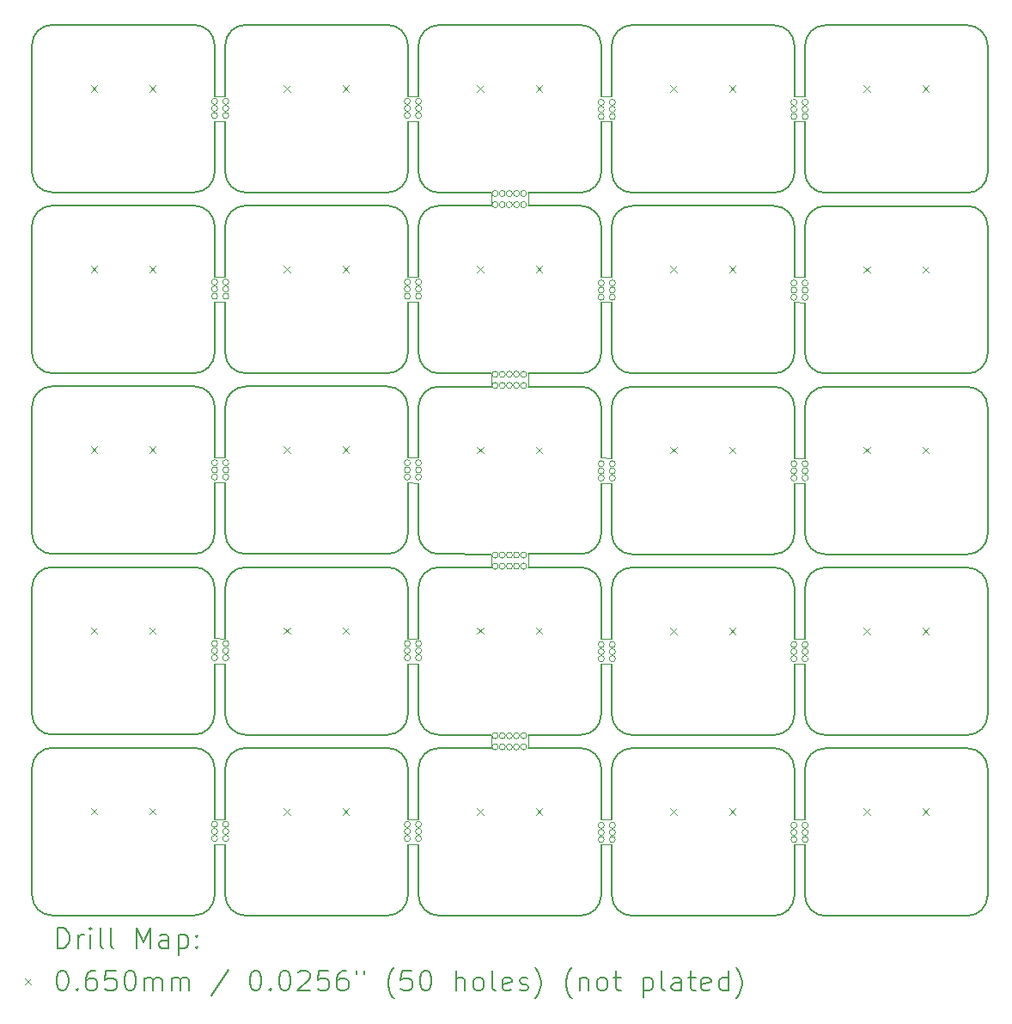
<source format=gbr>
%TF.GenerationSoftware,KiCad,Pcbnew,8.99.0-2194-gb3b7cbcab2*%
%TF.CreationDate,2024-09-18T03:52:11+07:00*%
%TF.ProjectId,Unified-Daughterboard,556e6966-6965-4642-9d44-617567687465,C3*%
%TF.SameCoordinates,Original*%
%TF.FileFunction,Drillmap*%
%TF.FilePolarity,Positive*%
%FSLAX45Y45*%
G04 Gerber Fmt 4.5, Leading zero omitted, Abs format (unit mm)*
G04 Created by KiCad (PCBNEW 8.99.0-2194-gb3b7cbcab2) date 2024-09-18 03:52:11*
%MOMM*%
%LPD*%
G01*
G04 APERTURE LIST*
%ADD10C,0.050000*%
%ADD11C,0.150000*%
%ADD12C,0.200000*%
%ADD13C,0.100000*%
G04 APERTURE END LIST*
D10*
X4500250Y-9944300D02*
G75*
G02*
X4440250Y-9944300I-30000J0D01*
G01*
X4440250Y-9944300D02*
G75*
G02*
X4500250Y-9944300I30000J0D01*
G01*
X6400250Y-9804300D02*
G75*
G02*
X6340250Y-9804300I-30000J0D01*
G01*
X6340250Y-9804300D02*
G75*
G02*
X6400250Y-9804300I30000J0D01*
G01*
X6290250Y-9874300D02*
G75*
G02*
X6230250Y-9874300I-30000J0D01*
G01*
X6230250Y-9874300D02*
G75*
G02*
X6290250Y-9874300I30000J0D01*
G01*
X8200250Y-9954300D02*
G75*
G02*
X8140250Y-9954300I-30000J0D01*
G01*
X8140250Y-9954300D02*
G75*
G02*
X8200250Y-9954300I30000J0D01*
G01*
X8200250Y-9814300D02*
G75*
G02*
X8140250Y-9814300I-30000J0D01*
G01*
X8140250Y-9814300D02*
G75*
G02*
X8200250Y-9814300I30000J0D01*
G01*
X4390250Y-9944300D02*
G75*
G02*
X4330250Y-9944300I-30000J0D01*
G01*
X4330250Y-9944300D02*
G75*
G02*
X4390250Y-9944300I30000J0D01*
G01*
D11*
X4665450Y-9052700D02*
X6065450Y-9052700D01*
D10*
X10100250Y-9954300D02*
G75*
G02*
X10040250Y-9954300I-30000J0D01*
G01*
X10040250Y-9954300D02*
G75*
G02*
X10100250Y-9954300I30000J0D01*
G01*
X8310250Y-9884300D02*
G75*
G02*
X8250250Y-9884300I-30000J0D01*
G01*
X8250250Y-9884300D02*
G75*
G02*
X8310250Y-9884300I30000J0D01*
G01*
X4500250Y-9874300D02*
G75*
G02*
X4440250Y-9874300I-30000J0D01*
G01*
X4440250Y-9874300D02*
G75*
G02*
X4500250Y-9874300I30000J0D01*
G01*
X6400250Y-9944300D02*
G75*
G02*
X6340250Y-9944300I-30000J0D01*
G01*
X6340250Y-9944300D02*
G75*
G02*
X6400250Y-9944300I30000J0D01*
G01*
X10210250Y-9814300D02*
G75*
G02*
X10150250Y-9814300I-30000J0D01*
G01*
X10150250Y-9814300D02*
G75*
G02*
X10210250Y-9814300I30000J0D01*
G01*
X4390250Y-9874300D02*
G75*
G02*
X4330250Y-9874300I-30000J0D01*
G01*
X4330250Y-9874300D02*
G75*
G02*
X4390250Y-9874300I30000J0D01*
G01*
X8310250Y-9814300D02*
G75*
G02*
X8250250Y-9814300I-30000J0D01*
G01*
X8250250Y-9814300D02*
G75*
G02*
X8310250Y-9814300I30000J0D01*
G01*
X10100250Y-9884300D02*
G75*
G02*
X10040250Y-9884300I-30000J0D01*
G01*
X10040250Y-9884300D02*
G75*
G02*
X10100250Y-9884300I30000J0D01*
G01*
D11*
X4465450Y-9252700D02*
G75*
G02*
X4665450Y-9052700I200000J0D01*
G01*
D10*
X10210250Y-9954300D02*
G75*
G02*
X10150250Y-9954300I-30000J0D01*
G01*
X10150250Y-9954300D02*
G75*
G02*
X10210250Y-9954300I30000J0D01*
G01*
X6400250Y-9874300D02*
G75*
G02*
X6340250Y-9874300I-30000J0D01*
G01*
X6340250Y-9874300D02*
G75*
G02*
X6400250Y-9874300I30000J0D01*
G01*
X4500250Y-9804300D02*
G75*
G02*
X4440250Y-9804300I-30000J0D01*
G01*
X4440250Y-9804300D02*
G75*
G02*
X4500250Y-9804300I30000J0D01*
G01*
X10100250Y-9814300D02*
G75*
G02*
X10040250Y-9814300I-30000J0D01*
G01*
X10040250Y-9814300D02*
G75*
G02*
X10100250Y-9814300I30000J0D01*
G01*
X8310250Y-9954300D02*
G75*
G02*
X8250250Y-9954300I-30000J0D01*
G01*
X8250250Y-9954300D02*
G75*
G02*
X8310250Y-9954300I30000J0D01*
G01*
X6290250Y-9944300D02*
G75*
G02*
X6230250Y-9944300I-30000J0D01*
G01*
X6230250Y-9944300D02*
G75*
G02*
X6290250Y-9944300I30000J0D01*
G01*
X10210250Y-9884300D02*
G75*
G02*
X10150250Y-9884300I-30000J0D01*
G01*
X10150250Y-9884300D02*
G75*
G02*
X10210250Y-9884300I30000J0D01*
G01*
X4390250Y-9804300D02*
G75*
G02*
X4330250Y-9804300I-30000J0D01*
G01*
X4330250Y-9804300D02*
G75*
G02*
X4390250Y-9804300I30000J0D01*
G01*
X8200250Y-9884300D02*
G75*
G02*
X8140250Y-9884300I-30000J0D01*
G01*
X8140250Y-9884300D02*
G75*
G02*
X8200250Y-9884300I30000J0D01*
G01*
D11*
X6265450Y-10001183D02*
X6265450Y-10502700D01*
X6265450Y-9252700D02*
X6265450Y-9754217D01*
X6370167Y-9253700D02*
X6370167Y-9755217D01*
D10*
X6265450Y-9754217D02*
X6370167Y-9755217D01*
D11*
X6065450Y-10702700D02*
X4665450Y-10702700D01*
X4665450Y-10702700D02*
G75*
G02*
X4465450Y-10502700I0J200000D01*
G01*
X6265450Y-10502700D02*
G75*
G02*
X6065450Y-10702700I-200000J0D01*
G01*
X6065450Y-9052700D02*
G75*
G02*
X6265450Y-9252700I0J-200000D01*
G01*
X6370167Y-10002183D02*
X6370167Y-10503700D01*
D10*
X6265450Y-10001183D02*
X6370167Y-10002183D01*
X7295450Y-9042700D02*
G75*
G02*
X7235450Y-9042700I-30000J0D01*
G01*
X7235450Y-9042700D02*
G75*
G02*
X7295450Y-9042700I30000J0D01*
G01*
X7225450Y-8932700D02*
G75*
G02*
X7165450Y-8932700I-30000J0D01*
G01*
X7165450Y-8932700D02*
G75*
G02*
X7225450Y-8932700I30000J0D01*
G01*
X7365450Y-9042700D02*
G75*
G02*
X7305450Y-9042700I-30000J0D01*
G01*
X7305450Y-9042700D02*
G75*
G02*
X7365450Y-9042700I30000J0D01*
G01*
X7155450Y-8932700D02*
G75*
G02*
X7095450Y-8932700I-30000J0D01*
G01*
X7095450Y-8932700D02*
G75*
G02*
X7155450Y-8932700I30000J0D01*
G01*
X7225450Y-9042700D02*
G75*
G02*
X7165450Y-9042700I-30000J0D01*
G01*
X7165450Y-9042700D02*
G75*
G02*
X7225450Y-9042700I30000J0D01*
G01*
X7295450Y-8932700D02*
G75*
G02*
X7235450Y-8932700I-30000J0D01*
G01*
X7235450Y-8932700D02*
G75*
G02*
X7295450Y-8932700I30000J0D01*
G01*
X7365450Y-8932700D02*
G75*
G02*
X7305450Y-8932700I-30000J0D01*
G01*
X7305450Y-8932700D02*
G75*
G02*
X7365450Y-8932700I30000J0D01*
G01*
D11*
X7090250Y-9054300D02*
X6570167Y-9053700D01*
D10*
X7435450Y-9042700D02*
G75*
G02*
X7375450Y-9042700I-30000J0D01*
G01*
X7375450Y-9042700D02*
G75*
G02*
X7435450Y-9042700I30000J0D01*
G01*
X7155450Y-9042700D02*
G75*
G02*
X7095450Y-9042700I-30000J0D01*
G01*
X7095450Y-9042700D02*
G75*
G02*
X7155450Y-9042700I30000J0D01*
G01*
X7435450Y-8932700D02*
G75*
G02*
X7375450Y-8932700I-30000J0D01*
G01*
X7375450Y-8932700D02*
G75*
G02*
X7435450Y-8932700I30000J0D01*
G01*
X7450084Y-8923100D02*
X7450084Y-9053100D01*
D11*
X7970167Y-9053700D02*
X7450084Y-9053100D01*
D10*
X7090250Y-8924300D02*
X7090250Y-9054300D01*
D11*
X8274884Y-9254700D02*
G75*
G02*
X8474884Y-9054700I200003J-3D01*
G01*
X6570167Y-10703700D02*
G75*
G02*
X6370167Y-10503700I0J200000D01*
G01*
X10074884Y-9254700D02*
X10074884Y-9756217D01*
X8474884Y-10704700D02*
G75*
G02*
X8274884Y-10504700I-7J199993D01*
G01*
X9874884Y-10704700D02*
X8474884Y-10704700D01*
D10*
X10074884Y-9756217D02*
X10179601Y-9757217D01*
D11*
X9874884Y-9054700D02*
G75*
G02*
X10074884Y-9254700I-10J-200010D01*
G01*
X10074884Y-10003183D02*
X10074884Y-10504700D01*
X10179601Y-10004183D02*
X10179601Y-10505700D01*
X7970167Y-9053700D02*
G75*
G02*
X8170167Y-9253700I5J-199995D01*
G01*
X6370167Y-9253700D02*
G75*
G02*
X6570167Y-9053700I200000J0D01*
G01*
X8170167Y-9253700D02*
X8170167Y-9755217D01*
X8274884Y-10003183D02*
X8274884Y-10504700D01*
X8274884Y-9254700D02*
X8274884Y-9756217D01*
X8170167Y-10503700D02*
G75*
G02*
X7970167Y-10703700I-200002J2D01*
G01*
D10*
X8170167Y-9755217D02*
X8274884Y-9756217D01*
X10074884Y-10003183D02*
X10179601Y-10004183D01*
X8170167Y-10002183D02*
X8274884Y-10003183D01*
D11*
X7450084Y-10703100D02*
X6570167Y-10703700D01*
X10179601Y-9255700D02*
X10179601Y-9757217D01*
X10074884Y-10504700D02*
G75*
G02*
X9874884Y-10704700I-199997J-3D01*
G01*
X8170167Y-10002183D02*
X8170167Y-10503700D01*
X11779601Y-10705700D02*
X10379601Y-10705700D01*
D10*
X6290250Y-9804300D02*
G75*
G02*
X6230250Y-9804300I-30000J0D01*
G01*
X6230250Y-9804300D02*
G75*
G02*
X6290250Y-9804300I30000J0D01*
G01*
D11*
X8474884Y-9054700D02*
X9874884Y-9054700D01*
X2560733Y-9251700D02*
G75*
G02*
X2760733Y-9051700I200000J0D01*
G01*
X2760733Y-10701700D02*
G75*
G02*
X2560733Y-10501700I0J200000D01*
G01*
X2760733Y-9051700D02*
X4160733Y-9051700D01*
X4360733Y-9251700D02*
X4360733Y-9753217D01*
X4160733Y-10701700D02*
X2760733Y-10701700D01*
X4360733Y-10501700D02*
G75*
G02*
X4160733Y-10701700I-200000J0D01*
G01*
X4160733Y-9051700D02*
G75*
G02*
X4360733Y-9251700I0J-200000D01*
G01*
X4465450Y-10001183D02*
X4465450Y-10502700D01*
D10*
X4360733Y-10000183D02*
X4465450Y-10001183D01*
X4360733Y-9753217D02*
X4465450Y-9754217D01*
D11*
X4360733Y-10000183D02*
X4360733Y-10501700D01*
X4465450Y-9252700D02*
X4465450Y-9754217D01*
X11779601Y-9055700D02*
G75*
G02*
X11979604Y-9255700I3J-200000D01*
G01*
X11979601Y-10505700D02*
G75*
G02*
X11779601Y-10705697I-199997J0D01*
G01*
X10379601Y-10705700D02*
G75*
G02*
X10179601Y-10505700I-2J199998D01*
G01*
X10379601Y-9055700D02*
X11779601Y-9055700D01*
X11979601Y-9255700D02*
X11979601Y-9757217D01*
X2560733Y-9251700D02*
X2560733Y-10501700D01*
X10179601Y-9255700D02*
G75*
G02*
X10379601Y-9055697I200003J0D01*
G01*
X11979601Y-9757217D02*
X11979601Y-10505700D01*
X7970167Y-10703700D02*
X7450084Y-10703100D01*
D10*
X4500250Y-8164300D02*
G75*
G02*
X4440250Y-8164300I-30000J0D01*
G01*
X4440250Y-8164300D02*
G75*
G02*
X4500250Y-8164300I30000J0D01*
G01*
X6400250Y-8024300D02*
G75*
G02*
X6340250Y-8024300I-30000J0D01*
G01*
X6340250Y-8024300D02*
G75*
G02*
X6400250Y-8024300I30000J0D01*
G01*
X6290250Y-8094300D02*
G75*
G02*
X6230250Y-8094300I-30000J0D01*
G01*
X6230250Y-8094300D02*
G75*
G02*
X6290250Y-8094300I30000J0D01*
G01*
X8200250Y-8174300D02*
G75*
G02*
X8140250Y-8174300I-30000J0D01*
G01*
X8140250Y-8174300D02*
G75*
G02*
X8200250Y-8174300I30000J0D01*
G01*
X8200250Y-8034300D02*
G75*
G02*
X8140250Y-8034300I-30000J0D01*
G01*
X8140250Y-8034300D02*
G75*
G02*
X8200250Y-8034300I30000J0D01*
G01*
X4390250Y-8164300D02*
G75*
G02*
X4330250Y-8164300I-30000J0D01*
G01*
X4330250Y-8164300D02*
G75*
G02*
X4390250Y-8164300I30000J0D01*
G01*
D11*
X4665450Y-7272700D02*
X6065450Y-7272700D01*
D10*
X10100250Y-8174300D02*
G75*
G02*
X10040250Y-8174300I-30000J0D01*
G01*
X10040250Y-8174300D02*
G75*
G02*
X10100250Y-8174300I30000J0D01*
G01*
X8310250Y-8104300D02*
G75*
G02*
X8250250Y-8104300I-30000J0D01*
G01*
X8250250Y-8104300D02*
G75*
G02*
X8310250Y-8104300I30000J0D01*
G01*
X4500250Y-8094300D02*
G75*
G02*
X4440250Y-8094300I-30000J0D01*
G01*
X4440250Y-8094300D02*
G75*
G02*
X4500250Y-8094300I30000J0D01*
G01*
X6400250Y-8164300D02*
G75*
G02*
X6340250Y-8164300I-30000J0D01*
G01*
X6340250Y-8164300D02*
G75*
G02*
X6400250Y-8164300I30000J0D01*
G01*
X10210250Y-8034300D02*
G75*
G02*
X10150250Y-8034300I-30000J0D01*
G01*
X10150250Y-8034300D02*
G75*
G02*
X10210250Y-8034300I30000J0D01*
G01*
X4390250Y-8094300D02*
G75*
G02*
X4330250Y-8094300I-30000J0D01*
G01*
X4330250Y-8094300D02*
G75*
G02*
X4390250Y-8094300I30000J0D01*
G01*
X8310250Y-8034300D02*
G75*
G02*
X8250250Y-8034300I-30000J0D01*
G01*
X8250250Y-8034300D02*
G75*
G02*
X8310250Y-8034300I30000J0D01*
G01*
X10100250Y-8104300D02*
G75*
G02*
X10040250Y-8104300I-30000J0D01*
G01*
X10040250Y-8104300D02*
G75*
G02*
X10100250Y-8104300I30000J0D01*
G01*
D11*
X4465450Y-7472700D02*
G75*
G02*
X4665450Y-7272700I200000J0D01*
G01*
D10*
X10210250Y-8174300D02*
G75*
G02*
X10150250Y-8174300I-30000J0D01*
G01*
X10150250Y-8174300D02*
G75*
G02*
X10210250Y-8174300I30000J0D01*
G01*
X6400250Y-8094300D02*
G75*
G02*
X6340250Y-8094300I-30000J0D01*
G01*
X6340250Y-8094300D02*
G75*
G02*
X6400250Y-8094300I30000J0D01*
G01*
X4500250Y-8024300D02*
G75*
G02*
X4440250Y-8024300I-30000J0D01*
G01*
X4440250Y-8024300D02*
G75*
G02*
X4500250Y-8024300I30000J0D01*
G01*
X10100250Y-8034300D02*
G75*
G02*
X10040250Y-8034300I-30000J0D01*
G01*
X10040250Y-8034300D02*
G75*
G02*
X10100250Y-8034300I30000J0D01*
G01*
X8310250Y-8174300D02*
G75*
G02*
X8250250Y-8174300I-30000J0D01*
G01*
X8250250Y-8174300D02*
G75*
G02*
X8310250Y-8174300I30000J0D01*
G01*
X6290250Y-8164300D02*
G75*
G02*
X6230250Y-8164300I-30000J0D01*
G01*
X6230250Y-8164300D02*
G75*
G02*
X6290250Y-8164300I30000J0D01*
G01*
X10210250Y-8104300D02*
G75*
G02*
X10150250Y-8104300I-30000J0D01*
G01*
X10150250Y-8104300D02*
G75*
G02*
X10210250Y-8104300I30000J0D01*
G01*
X4390250Y-8024300D02*
G75*
G02*
X4330250Y-8024300I-30000J0D01*
G01*
X4330250Y-8024300D02*
G75*
G02*
X4390250Y-8024300I30000J0D01*
G01*
X8200250Y-8104300D02*
G75*
G02*
X8140250Y-8104300I-30000J0D01*
G01*
X8140250Y-8104300D02*
G75*
G02*
X8200250Y-8104300I30000J0D01*
G01*
D11*
X6265450Y-8221183D02*
X6265450Y-8722700D01*
X6265450Y-7472700D02*
X6265450Y-7974217D01*
X6370167Y-7473700D02*
X6370167Y-7975217D01*
D10*
X6265450Y-7974217D02*
X6370167Y-7975217D01*
D11*
X6065450Y-8922700D02*
X4665450Y-8922700D01*
X4665450Y-8922700D02*
G75*
G02*
X4465450Y-8722700I0J200000D01*
G01*
X6265450Y-8722700D02*
G75*
G02*
X6065450Y-8922700I-200000J0D01*
G01*
X6065450Y-7272700D02*
G75*
G02*
X6265450Y-7472700I0J-200000D01*
G01*
X6370167Y-8222183D02*
X6370167Y-8723700D01*
D10*
X6265450Y-8221183D02*
X6370167Y-8222183D01*
X7295450Y-7262700D02*
G75*
G02*
X7235450Y-7262700I-30000J0D01*
G01*
X7235450Y-7262700D02*
G75*
G02*
X7295450Y-7262700I30000J0D01*
G01*
X7225450Y-7152700D02*
G75*
G02*
X7165450Y-7152700I-30000J0D01*
G01*
X7165450Y-7152700D02*
G75*
G02*
X7225450Y-7152700I30000J0D01*
G01*
X7365450Y-7262700D02*
G75*
G02*
X7305450Y-7262700I-30000J0D01*
G01*
X7305450Y-7262700D02*
G75*
G02*
X7365450Y-7262700I30000J0D01*
G01*
X7155450Y-7152700D02*
G75*
G02*
X7095450Y-7152700I-30000J0D01*
G01*
X7095450Y-7152700D02*
G75*
G02*
X7155450Y-7152700I30000J0D01*
G01*
X7225450Y-7262700D02*
G75*
G02*
X7165450Y-7262700I-30000J0D01*
G01*
X7165450Y-7262700D02*
G75*
G02*
X7225450Y-7262700I30000J0D01*
G01*
X7295450Y-7152700D02*
G75*
G02*
X7235450Y-7152700I-30000J0D01*
G01*
X7235450Y-7152700D02*
G75*
G02*
X7295450Y-7152700I30000J0D01*
G01*
X7365450Y-7152700D02*
G75*
G02*
X7305450Y-7152700I-30000J0D01*
G01*
X7305450Y-7152700D02*
G75*
G02*
X7365450Y-7152700I30000J0D01*
G01*
D11*
X7090250Y-7274300D02*
X6570167Y-7273700D01*
D10*
X7435450Y-7262700D02*
G75*
G02*
X7375450Y-7262700I-30000J0D01*
G01*
X7375450Y-7262700D02*
G75*
G02*
X7435450Y-7262700I30000J0D01*
G01*
X7155450Y-7262700D02*
G75*
G02*
X7095450Y-7262700I-30000J0D01*
G01*
X7095450Y-7262700D02*
G75*
G02*
X7155450Y-7262700I30000J0D01*
G01*
X7435450Y-7152700D02*
G75*
G02*
X7375450Y-7152700I-30000J0D01*
G01*
X7375450Y-7152700D02*
G75*
G02*
X7435450Y-7152700I30000J0D01*
G01*
X7450084Y-7143100D02*
X7450084Y-7273100D01*
D11*
X7970167Y-7273700D02*
X7450084Y-7273100D01*
D10*
X7090250Y-7144300D02*
X7090250Y-7274300D01*
D11*
X8274884Y-7474700D02*
G75*
G02*
X8474884Y-7274700I200003J-3D01*
G01*
X6570167Y-8923700D02*
G75*
G02*
X6370167Y-8723700I0J200000D01*
G01*
X10074884Y-7474700D02*
X10074884Y-7976217D01*
X8474884Y-8924700D02*
G75*
G02*
X8274884Y-8724700I-7J199993D01*
G01*
X9874884Y-8924700D02*
X8474884Y-8924700D01*
D10*
X10074884Y-7976217D02*
X10179601Y-7977217D01*
D11*
X9874884Y-7274700D02*
G75*
G02*
X10074884Y-7474700I-10J-200010D01*
G01*
X10074884Y-8223183D02*
X10074884Y-8724700D01*
X10179601Y-8224183D02*
X10179601Y-8725700D01*
X7970167Y-7273700D02*
G75*
G02*
X8170167Y-7473700I5J-199995D01*
G01*
X6370167Y-7473700D02*
G75*
G02*
X6570167Y-7273700I200000J0D01*
G01*
X8170167Y-7473700D02*
X8170167Y-7975217D01*
X8274884Y-8223183D02*
X8274884Y-8724700D01*
X8274884Y-7474700D02*
X8274884Y-7976217D01*
X8170167Y-8723700D02*
G75*
G02*
X7970167Y-8923700I-200002J2D01*
G01*
D10*
X8170167Y-7975217D02*
X8274884Y-7976217D01*
X10074884Y-8223183D02*
X10179601Y-8224183D01*
X8170167Y-8222183D02*
X8274884Y-8223183D01*
D11*
X7090250Y-8924300D02*
X6570167Y-8923700D01*
X10179601Y-7475700D02*
X10179601Y-7977217D01*
X10074884Y-8724700D02*
G75*
G02*
X9874884Y-8924700I-199997J-3D01*
G01*
X8170167Y-8222183D02*
X8170167Y-8723700D01*
X11779601Y-8925700D02*
X10379601Y-8925700D01*
D10*
X6290250Y-8024300D02*
G75*
G02*
X6230250Y-8024300I-30000J0D01*
G01*
X6230250Y-8024300D02*
G75*
G02*
X6290250Y-8024300I30000J0D01*
G01*
D11*
X8474884Y-7274700D02*
X9874884Y-7274700D01*
X2560733Y-7471700D02*
G75*
G02*
X2760733Y-7271700I200000J0D01*
G01*
X2760733Y-8921700D02*
G75*
G02*
X2560733Y-8721700I0J200000D01*
G01*
X2760733Y-7271700D02*
X4160733Y-7271700D01*
X4360733Y-7471700D02*
X4360733Y-7973217D01*
X4160733Y-8921700D02*
X2760733Y-8921700D01*
X4360733Y-8721700D02*
G75*
G02*
X4160733Y-8921700I-200000J0D01*
G01*
X4160733Y-7271700D02*
G75*
G02*
X4360733Y-7471700I0J-200000D01*
G01*
X4465450Y-8221183D02*
X4465450Y-8722700D01*
D10*
X4360733Y-8220183D02*
X4465450Y-8221183D01*
X4360733Y-7973217D02*
X4465450Y-7974217D01*
D11*
X4360733Y-8220183D02*
X4360733Y-8721700D01*
X4465450Y-7472700D02*
X4465450Y-7974217D01*
X11779601Y-7275700D02*
G75*
G02*
X11979604Y-7475700I3J-200000D01*
G01*
X11979601Y-8725700D02*
G75*
G02*
X11779601Y-8925697I-199997J0D01*
G01*
X10379601Y-8925700D02*
G75*
G02*
X10179601Y-8725700I-2J199998D01*
G01*
X10379601Y-7275700D02*
X11779601Y-7275700D01*
X11979601Y-7475700D02*
X11979601Y-7977217D01*
X2560733Y-7471700D02*
X2560733Y-8721700D01*
X10179601Y-7475700D02*
G75*
G02*
X10379601Y-7275697I200003J0D01*
G01*
X11979601Y-7977217D02*
X11979601Y-8725700D01*
X7970167Y-8923700D02*
X7450084Y-8923100D01*
D10*
X4500250Y-6384300D02*
G75*
G02*
X4440250Y-6384300I-30000J0D01*
G01*
X4440250Y-6384300D02*
G75*
G02*
X4500250Y-6384300I30000J0D01*
G01*
X6400250Y-6244300D02*
G75*
G02*
X6340250Y-6244300I-30000J0D01*
G01*
X6340250Y-6244300D02*
G75*
G02*
X6400250Y-6244300I30000J0D01*
G01*
X6290250Y-6314300D02*
G75*
G02*
X6230250Y-6314300I-30000J0D01*
G01*
X6230250Y-6314300D02*
G75*
G02*
X6290250Y-6314300I30000J0D01*
G01*
X8200250Y-6394300D02*
G75*
G02*
X8140250Y-6394300I-30000J0D01*
G01*
X8140250Y-6394300D02*
G75*
G02*
X8200250Y-6394300I30000J0D01*
G01*
X8200250Y-6254300D02*
G75*
G02*
X8140250Y-6254300I-30000J0D01*
G01*
X8140250Y-6254300D02*
G75*
G02*
X8200250Y-6254300I30000J0D01*
G01*
X4390250Y-6384300D02*
G75*
G02*
X4330250Y-6384300I-30000J0D01*
G01*
X4330250Y-6384300D02*
G75*
G02*
X4390250Y-6384300I30000J0D01*
G01*
D11*
X4665450Y-5492700D02*
X6065450Y-5492700D01*
D10*
X10100250Y-6394300D02*
G75*
G02*
X10040250Y-6394300I-30000J0D01*
G01*
X10040250Y-6394300D02*
G75*
G02*
X10100250Y-6394300I30000J0D01*
G01*
X8310250Y-6324300D02*
G75*
G02*
X8250250Y-6324300I-30000J0D01*
G01*
X8250250Y-6324300D02*
G75*
G02*
X8310250Y-6324300I30000J0D01*
G01*
X4500250Y-6314300D02*
G75*
G02*
X4440250Y-6314300I-30000J0D01*
G01*
X4440250Y-6314300D02*
G75*
G02*
X4500250Y-6314300I30000J0D01*
G01*
X6400250Y-6384300D02*
G75*
G02*
X6340250Y-6384300I-30000J0D01*
G01*
X6340250Y-6384300D02*
G75*
G02*
X6400250Y-6384300I30000J0D01*
G01*
X10210250Y-6254300D02*
G75*
G02*
X10150250Y-6254300I-30000J0D01*
G01*
X10150250Y-6254300D02*
G75*
G02*
X10210250Y-6254300I30000J0D01*
G01*
X4390250Y-6314300D02*
G75*
G02*
X4330250Y-6314300I-30000J0D01*
G01*
X4330250Y-6314300D02*
G75*
G02*
X4390250Y-6314300I30000J0D01*
G01*
X8310250Y-6254300D02*
G75*
G02*
X8250250Y-6254300I-30000J0D01*
G01*
X8250250Y-6254300D02*
G75*
G02*
X8310250Y-6254300I30000J0D01*
G01*
X10100250Y-6324300D02*
G75*
G02*
X10040250Y-6324300I-30000J0D01*
G01*
X10040250Y-6324300D02*
G75*
G02*
X10100250Y-6324300I30000J0D01*
G01*
D11*
X4465450Y-5692700D02*
G75*
G02*
X4665450Y-5492700I200000J0D01*
G01*
D10*
X10210250Y-6394300D02*
G75*
G02*
X10150250Y-6394300I-30000J0D01*
G01*
X10150250Y-6394300D02*
G75*
G02*
X10210250Y-6394300I30000J0D01*
G01*
X6400250Y-6314300D02*
G75*
G02*
X6340250Y-6314300I-30000J0D01*
G01*
X6340250Y-6314300D02*
G75*
G02*
X6400250Y-6314300I30000J0D01*
G01*
X4500250Y-6244300D02*
G75*
G02*
X4440250Y-6244300I-30000J0D01*
G01*
X4440250Y-6244300D02*
G75*
G02*
X4500250Y-6244300I30000J0D01*
G01*
X10100250Y-6254300D02*
G75*
G02*
X10040250Y-6254300I-30000J0D01*
G01*
X10040250Y-6254300D02*
G75*
G02*
X10100250Y-6254300I30000J0D01*
G01*
X8310250Y-6394300D02*
G75*
G02*
X8250250Y-6394300I-30000J0D01*
G01*
X8250250Y-6394300D02*
G75*
G02*
X8310250Y-6394300I30000J0D01*
G01*
X6290250Y-6384300D02*
G75*
G02*
X6230250Y-6384300I-30000J0D01*
G01*
X6230250Y-6384300D02*
G75*
G02*
X6290250Y-6384300I30000J0D01*
G01*
X10210250Y-6324300D02*
G75*
G02*
X10150250Y-6324300I-30000J0D01*
G01*
X10150250Y-6324300D02*
G75*
G02*
X10210250Y-6324300I30000J0D01*
G01*
X4390250Y-6244300D02*
G75*
G02*
X4330250Y-6244300I-30000J0D01*
G01*
X4330250Y-6244300D02*
G75*
G02*
X4390250Y-6244300I30000J0D01*
G01*
X8200250Y-6324300D02*
G75*
G02*
X8140250Y-6324300I-30000J0D01*
G01*
X8140250Y-6324300D02*
G75*
G02*
X8200250Y-6324300I30000J0D01*
G01*
D11*
X6265450Y-6441183D02*
X6265450Y-6942700D01*
X6265450Y-5692700D02*
X6265450Y-6194217D01*
X6370167Y-5693700D02*
X6370167Y-6195217D01*
D10*
X6265450Y-6194217D02*
X6370167Y-6195217D01*
D11*
X6065450Y-7142700D02*
X4665450Y-7142700D01*
X4665450Y-7142700D02*
G75*
G02*
X4465450Y-6942700I0J200000D01*
G01*
X6265450Y-6942700D02*
G75*
G02*
X6065450Y-7142700I-200000J0D01*
G01*
X6065450Y-5492700D02*
G75*
G02*
X6265450Y-5692700I0J-200000D01*
G01*
X6370167Y-6442183D02*
X6370167Y-6943700D01*
D10*
X6265450Y-6441183D02*
X6370167Y-6442183D01*
X7295450Y-5482700D02*
G75*
G02*
X7235450Y-5482700I-30000J0D01*
G01*
X7235450Y-5482700D02*
G75*
G02*
X7295450Y-5482700I30000J0D01*
G01*
X7225450Y-5372700D02*
G75*
G02*
X7165450Y-5372700I-30000J0D01*
G01*
X7165450Y-5372700D02*
G75*
G02*
X7225450Y-5372700I30000J0D01*
G01*
X7365450Y-5482700D02*
G75*
G02*
X7305450Y-5482700I-30000J0D01*
G01*
X7305450Y-5482700D02*
G75*
G02*
X7365450Y-5482700I30000J0D01*
G01*
X7155450Y-5372700D02*
G75*
G02*
X7095450Y-5372700I-30000J0D01*
G01*
X7095450Y-5372700D02*
G75*
G02*
X7155450Y-5372700I30000J0D01*
G01*
X7225450Y-5482700D02*
G75*
G02*
X7165450Y-5482700I-30000J0D01*
G01*
X7165450Y-5482700D02*
G75*
G02*
X7225450Y-5482700I30000J0D01*
G01*
X7295450Y-5372700D02*
G75*
G02*
X7235450Y-5372700I-30000J0D01*
G01*
X7235450Y-5372700D02*
G75*
G02*
X7295450Y-5372700I30000J0D01*
G01*
X7365450Y-5372700D02*
G75*
G02*
X7305450Y-5372700I-30000J0D01*
G01*
X7305450Y-5372700D02*
G75*
G02*
X7365450Y-5372700I30000J0D01*
G01*
D11*
X7090250Y-5494300D02*
X6570167Y-5493700D01*
D10*
X7435450Y-5482700D02*
G75*
G02*
X7375450Y-5482700I-30000J0D01*
G01*
X7375450Y-5482700D02*
G75*
G02*
X7435450Y-5482700I30000J0D01*
G01*
X7155450Y-5482700D02*
G75*
G02*
X7095450Y-5482700I-30000J0D01*
G01*
X7095450Y-5482700D02*
G75*
G02*
X7155450Y-5482700I30000J0D01*
G01*
X7435450Y-5372700D02*
G75*
G02*
X7375450Y-5372700I-30000J0D01*
G01*
X7375450Y-5372700D02*
G75*
G02*
X7435450Y-5372700I30000J0D01*
G01*
X7450084Y-5363100D02*
X7450084Y-5493100D01*
D11*
X7970167Y-5493700D02*
X7450084Y-5493100D01*
D10*
X7090250Y-5364300D02*
X7090250Y-5494300D01*
D11*
X8274884Y-5694700D02*
G75*
G02*
X8474884Y-5494700I200003J-3D01*
G01*
X6570167Y-7143700D02*
G75*
G02*
X6370167Y-6943700I0J200000D01*
G01*
X10074884Y-5694700D02*
X10074884Y-6196217D01*
X8474884Y-7144700D02*
G75*
G02*
X8274884Y-6944700I-7J199993D01*
G01*
X9874884Y-7144700D02*
X8474884Y-7144700D01*
D10*
X10074884Y-6196217D02*
X10179601Y-6197217D01*
D11*
X9874884Y-5494700D02*
G75*
G02*
X10074884Y-5694700I-10J-200010D01*
G01*
X10074884Y-6443183D02*
X10074884Y-6944700D01*
X10179601Y-6444183D02*
X10179601Y-6945700D01*
X7970167Y-5493700D02*
G75*
G02*
X8170167Y-5693700I5J-199995D01*
G01*
X6370167Y-5693700D02*
G75*
G02*
X6570167Y-5493700I200000J0D01*
G01*
X8170167Y-5693700D02*
X8170167Y-6195217D01*
X8274884Y-6443183D02*
X8274884Y-6944700D01*
X8274884Y-5694700D02*
X8274884Y-6196217D01*
X8170167Y-6943700D02*
G75*
G02*
X7970167Y-7143700I-200002J2D01*
G01*
D10*
X8170167Y-6195217D02*
X8274884Y-6196217D01*
X10074884Y-6443183D02*
X10179601Y-6444183D01*
X8170167Y-6442183D02*
X8274884Y-6443183D01*
D11*
X7090250Y-7144300D02*
X6570167Y-7143700D01*
X10179601Y-5695700D02*
X10179601Y-6197217D01*
X10074884Y-6944700D02*
G75*
G02*
X9874884Y-7144700I-199997J-3D01*
G01*
X8170167Y-6442183D02*
X8170167Y-6943700D01*
X11779601Y-7145700D02*
X10379601Y-7145700D01*
D10*
X6290250Y-6244300D02*
G75*
G02*
X6230250Y-6244300I-30000J0D01*
G01*
X6230250Y-6244300D02*
G75*
G02*
X6290250Y-6244300I30000J0D01*
G01*
D11*
X8474884Y-5494700D02*
X9874884Y-5494700D01*
X2560733Y-5691700D02*
G75*
G02*
X2760733Y-5491700I200000J0D01*
G01*
X2760733Y-7141700D02*
G75*
G02*
X2560733Y-6941700I0J200000D01*
G01*
X2760733Y-5491700D02*
X4160733Y-5491700D01*
X4360733Y-5691700D02*
X4360733Y-6193217D01*
X4160733Y-7141700D02*
X2760733Y-7141700D01*
X4360733Y-6941700D02*
G75*
G02*
X4160733Y-7141700I-200000J0D01*
G01*
X4160733Y-5491700D02*
G75*
G02*
X4360733Y-5691700I0J-200000D01*
G01*
X4465450Y-6441183D02*
X4465450Y-6942700D01*
D10*
X4360733Y-6440183D02*
X4465450Y-6441183D01*
X4360733Y-6193217D02*
X4465450Y-6194217D01*
D11*
X4360733Y-6440183D02*
X4360733Y-6941700D01*
X4465450Y-5692700D02*
X4465450Y-6194217D01*
X11779601Y-5495700D02*
G75*
G02*
X11979604Y-5695700I3J-200000D01*
G01*
X11979601Y-6945700D02*
G75*
G02*
X11779601Y-7145697I-199997J0D01*
G01*
X10379601Y-7145700D02*
G75*
G02*
X10179601Y-6945700I-2J199998D01*
G01*
X10379601Y-5495700D02*
X11779601Y-5495700D01*
X11979601Y-5695700D02*
X11979601Y-6197217D01*
X2560733Y-5691700D02*
X2560733Y-6941700D01*
X10179601Y-5695700D02*
G75*
G02*
X10379601Y-5495697I200003J0D01*
G01*
X11979601Y-6197217D02*
X11979601Y-6945700D01*
X7970167Y-7143700D02*
X7450084Y-7143100D01*
D10*
X4500250Y-4604300D02*
G75*
G02*
X4440250Y-4604300I-30000J0D01*
G01*
X4440250Y-4604300D02*
G75*
G02*
X4500250Y-4604300I30000J0D01*
G01*
X6400250Y-4464300D02*
G75*
G02*
X6340250Y-4464300I-30000J0D01*
G01*
X6340250Y-4464300D02*
G75*
G02*
X6400250Y-4464300I30000J0D01*
G01*
X6290250Y-4534300D02*
G75*
G02*
X6230250Y-4534300I-30000J0D01*
G01*
X6230250Y-4534300D02*
G75*
G02*
X6290250Y-4534300I30000J0D01*
G01*
X8200250Y-4614300D02*
G75*
G02*
X8140250Y-4614300I-30000J0D01*
G01*
X8140250Y-4614300D02*
G75*
G02*
X8200250Y-4614300I30000J0D01*
G01*
X8200250Y-4474300D02*
G75*
G02*
X8140250Y-4474300I-30000J0D01*
G01*
X8140250Y-4474300D02*
G75*
G02*
X8200250Y-4474300I30000J0D01*
G01*
X4390250Y-4604300D02*
G75*
G02*
X4330250Y-4604300I-30000J0D01*
G01*
X4330250Y-4604300D02*
G75*
G02*
X4390250Y-4604300I30000J0D01*
G01*
D11*
X4665450Y-3712700D02*
X6065450Y-3712700D01*
D10*
X10100250Y-4614300D02*
G75*
G02*
X10040250Y-4614300I-30000J0D01*
G01*
X10040250Y-4614300D02*
G75*
G02*
X10100250Y-4614300I30000J0D01*
G01*
X8310250Y-4544300D02*
G75*
G02*
X8250250Y-4544300I-30000J0D01*
G01*
X8250250Y-4544300D02*
G75*
G02*
X8310250Y-4544300I30000J0D01*
G01*
X4500250Y-4534300D02*
G75*
G02*
X4440250Y-4534300I-30000J0D01*
G01*
X4440250Y-4534300D02*
G75*
G02*
X4500250Y-4534300I30000J0D01*
G01*
X6400250Y-4604300D02*
G75*
G02*
X6340250Y-4604300I-30000J0D01*
G01*
X6340250Y-4604300D02*
G75*
G02*
X6400250Y-4604300I30000J0D01*
G01*
X10210250Y-4474300D02*
G75*
G02*
X10150250Y-4474300I-30000J0D01*
G01*
X10150250Y-4474300D02*
G75*
G02*
X10210250Y-4474300I30000J0D01*
G01*
X4390250Y-4534300D02*
G75*
G02*
X4330250Y-4534300I-30000J0D01*
G01*
X4330250Y-4534300D02*
G75*
G02*
X4390250Y-4534300I30000J0D01*
G01*
X8310250Y-4474300D02*
G75*
G02*
X8250250Y-4474300I-30000J0D01*
G01*
X8250250Y-4474300D02*
G75*
G02*
X8310250Y-4474300I30000J0D01*
G01*
X10100250Y-4544300D02*
G75*
G02*
X10040250Y-4544300I-30000J0D01*
G01*
X10040250Y-4544300D02*
G75*
G02*
X10100250Y-4544300I30000J0D01*
G01*
D11*
X4465450Y-3912700D02*
G75*
G02*
X4665450Y-3712700I200000J0D01*
G01*
D10*
X10210250Y-4614300D02*
G75*
G02*
X10150250Y-4614300I-30000J0D01*
G01*
X10150250Y-4614300D02*
G75*
G02*
X10210250Y-4614300I30000J0D01*
G01*
X6400250Y-4534300D02*
G75*
G02*
X6340250Y-4534300I-30000J0D01*
G01*
X6340250Y-4534300D02*
G75*
G02*
X6400250Y-4534300I30000J0D01*
G01*
X4500250Y-4464300D02*
G75*
G02*
X4440250Y-4464300I-30000J0D01*
G01*
X4440250Y-4464300D02*
G75*
G02*
X4500250Y-4464300I30000J0D01*
G01*
X10100250Y-4474300D02*
G75*
G02*
X10040250Y-4474300I-30000J0D01*
G01*
X10040250Y-4474300D02*
G75*
G02*
X10100250Y-4474300I30000J0D01*
G01*
X8310250Y-4614300D02*
G75*
G02*
X8250250Y-4614300I-30000J0D01*
G01*
X8250250Y-4614300D02*
G75*
G02*
X8310250Y-4614300I30000J0D01*
G01*
X6290250Y-4604300D02*
G75*
G02*
X6230250Y-4604300I-30000J0D01*
G01*
X6230250Y-4604300D02*
G75*
G02*
X6290250Y-4604300I30000J0D01*
G01*
X10210250Y-4544300D02*
G75*
G02*
X10150250Y-4544300I-30000J0D01*
G01*
X10150250Y-4544300D02*
G75*
G02*
X10210250Y-4544300I30000J0D01*
G01*
X4390250Y-4464300D02*
G75*
G02*
X4330250Y-4464300I-30000J0D01*
G01*
X4330250Y-4464300D02*
G75*
G02*
X4390250Y-4464300I30000J0D01*
G01*
X8200250Y-4544300D02*
G75*
G02*
X8140250Y-4544300I-30000J0D01*
G01*
X8140250Y-4544300D02*
G75*
G02*
X8200250Y-4544300I30000J0D01*
G01*
D11*
X6265450Y-4661183D02*
X6265450Y-5162700D01*
X6265450Y-3912700D02*
X6265450Y-4414217D01*
X6370167Y-3913700D02*
X6370167Y-4415217D01*
D10*
X6265450Y-4414217D02*
X6370167Y-4415217D01*
D11*
X6065450Y-5362700D02*
X4665450Y-5362700D01*
X4665450Y-5362700D02*
G75*
G02*
X4465450Y-5162700I0J200000D01*
G01*
X6265450Y-5162700D02*
G75*
G02*
X6065450Y-5362700I-200000J0D01*
G01*
X6065450Y-3712700D02*
G75*
G02*
X6265450Y-3912700I0J-200000D01*
G01*
X6370167Y-4662183D02*
X6370167Y-5163700D01*
D10*
X6265450Y-4661183D02*
X6370167Y-4662183D01*
X7295450Y-3702700D02*
G75*
G02*
X7235450Y-3702700I-30000J0D01*
G01*
X7235450Y-3702700D02*
G75*
G02*
X7295450Y-3702700I30000J0D01*
G01*
X7225450Y-3592700D02*
G75*
G02*
X7165450Y-3592700I-30000J0D01*
G01*
X7165450Y-3592700D02*
G75*
G02*
X7225450Y-3592700I30000J0D01*
G01*
X7365450Y-3702700D02*
G75*
G02*
X7305450Y-3702700I-30000J0D01*
G01*
X7305450Y-3702700D02*
G75*
G02*
X7365450Y-3702700I30000J0D01*
G01*
X7155450Y-3592700D02*
G75*
G02*
X7095450Y-3592700I-30000J0D01*
G01*
X7095450Y-3592700D02*
G75*
G02*
X7155450Y-3592700I30000J0D01*
G01*
X7225450Y-3702700D02*
G75*
G02*
X7165450Y-3702700I-30000J0D01*
G01*
X7165450Y-3702700D02*
G75*
G02*
X7225450Y-3702700I30000J0D01*
G01*
X7295450Y-3592700D02*
G75*
G02*
X7235450Y-3592700I-30000J0D01*
G01*
X7235450Y-3592700D02*
G75*
G02*
X7295450Y-3592700I30000J0D01*
G01*
X7365450Y-3592700D02*
G75*
G02*
X7305450Y-3592700I-30000J0D01*
G01*
X7305450Y-3592700D02*
G75*
G02*
X7365450Y-3592700I30000J0D01*
G01*
D11*
X7090250Y-3714300D02*
X6570167Y-3713700D01*
D10*
X7435450Y-3702700D02*
G75*
G02*
X7375450Y-3702700I-30000J0D01*
G01*
X7375450Y-3702700D02*
G75*
G02*
X7435450Y-3702700I30000J0D01*
G01*
X7155450Y-3702700D02*
G75*
G02*
X7095450Y-3702700I-30000J0D01*
G01*
X7095450Y-3702700D02*
G75*
G02*
X7155450Y-3702700I30000J0D01*
G01*
X7435450Y-3592700D02*
G75*
G02*
X7375450Y-3592700I-30000J0D01*
G01*
X7375450Y-3592700D02*
G75*
G02*
X7435450Y-3592700I30000J0D01*
G01*
X7450084Y-3583100D02*
X7450084Y-3713100D01*
D11*
X7970167Y-3713700D02*
X7450084Y-3713100D01*
D10*
X7090250Y-3584300D02*
X7090250Y-3714300D01*
D11*
X8274884Y-3914700D02*
G75*
G02*
X8474884Y-3714700I200003J-3D01*
G01*
X6570167Y-5363700D02*
G75*
G02*
X6370167Y-5163700I0J200000D01*
G01*
X10074884Y-3914700D02*
X10074884Y-4416217D01*
X8474884Y-5364700D02*
G75*
G02*
X8274884Y-5164700I-7J199993D01*
G01*
X9874884Y-5364700D02*
X8474884Y-5364700D01*
D10*
X10074884Y-4416217D02*
X10179601Y-4417217D01*
D11*
X9874884Y-3714700D02*
G75*
G02*
X10074884Y-3914700I-10J-200010D01*
G01*
X10074884Y-4663183D02*
X10074884Y-5164700D01*
X10179601Y-4664183D02*
X10179601Y-5165700D01*
X7970167Y-3713700D02*
G75*
G02*
X8170167Y-3913700I5J-199995D01*
G01*
X6370167Y-3913700D02*
G75*
G02*
X6570167Y-3713700I200000J0D01*
G01*
X8170167Y-3913700D02*
X8170167Y-4415217D01*
X8274884Y-4663183D02*
X8274884Y-5164700D01*
X8274884Y-3914700D02*
X8274884Y-4416217D01*
X8170167Y-5163700D02*
G75*
G02*
X7970167Y-5363700I-200002J2D01*
G01*
D10*
X8170167Y-4415217D02*
X8274884Y-4416217D01*
X10074884Y-4663183D02*
X10179601Y-4664183D01*
X8170167Y-4662183D02*
X8274884Y-4663183D01*
D11*
X7090250Y-5364300D02*
X6570167Y-5363700D01*
X10179601Y-3915700D02*
X10179601Y-4417217D01*
X10074884Y-5164700D02*
G75*
G02*
X9874884Y-5364700I-199997J-3D01*
G01*
X8170167Y-4662183D02*
X8170167Y-5163700D01*
X11779601Y-5365700D02*
X10379601Y-5365700D01*
D10*
X6290250Y-4464300D02*
G75*
G02*
X6230250Y-4464300I-30000J0D01*
G01*
X6230250Y-4464300D02*
G75*
G02*
X6290250Y-4464300I30000J0D01*
G01*
D11*
X8474884Y-3714700D02*
X9874884Y-3714700D01*
X2560733Y-3911700D02*
G75*
G02*
X2760733Y-3711700I200000J0D01*
G01*
X2760733Y-5361700D02*
G75*
G02*
X2560733Y-5161700I0J200000D01*
G01*
X2760733Y-3711700D02*
X4160733Y-3711700D01*
X4360733Y-3911700D02*
X4360733Y-4413217D01*
X4160733Y-5361700D02*
X2760733Y-5361700D01*
X4360733Y-5161700D02*
G75*
G02*
X4160733Y-5361700I-200000J0D01*
G01*
X4160733Y-3711700D02*
G75*
G02*
X4360733Y-3911700I0J-200000D01*
G01*
X4465450Y-4661183D02*
X4465450Y-5162700D01*
D10*
X4360733Y-4660183D02*
X4465450Y-4661183D01*
X4360733Y-4413217D02*
X4465450Y-4414217D01*
D11*
X4360733Y-4660183D02*
X4360733Y-5161700D01*
X4465450Y-3912700D02*
X4465450Y-4414217D01*
X11779601Y-3715700D02*
G75*
G02*
X11979604Y-3915700I3J-200000D01*
G01*
X11979601Y-5165700D02*
G75*
G02*
X11779601Y-5365697I-199997J0D01*
G01*
X10379601Y-5365700D02*
G75*
G02*
X10179601Y-5165700I-2J199998D01*
G01*
X10379601Y-3715700D02*
X11779601Y-3715700D01*
X11979601Y-3915700D02*
X11979601Y-4417217D01*
X2560733Y-3911700D02*
X2560733Y-5161700D01*
X10179601Y-3915700D02*
G75*
G02*
X10379601Y-3715697I200003J0D01*
G01*
X11979601Y-4417217D02*
X11979601Y-5165700D01*
X7970167Y-5363700D02*
X7450084Y-5363100D01*
D10*
X4500250Y-2684300D02*
G75*
G02*
X4440250Y-2684300I-30000J0D01*
G01*
X4440250Y-2684300D02*
G75*
G02*
X4500250Y-2684300I30000J0D01*
G01*
X4390250Y-2824300D02*
G75*
G02*
X4330250Y-2824300I-30000J0D01*
G01*
X4330250Y-2824300D02*
G75*
G02*
X4390250Y-2824300I30000J0D01*
G01*
X4500250Y-2754300D02*
G75*
G02*
X4440250Y-2754300I-30000J0D01*
G01*
X4440250Y-2754300D02*
G75*
G02*
X4500250Y-2754300I30000J0D01*
G01*
X4500250Y-2824300D02*
G75*
G02*
X4440250Y-2824300I-30000J0D01*
G01*
X4440250Y-2824300D02*
G75*
G02*
X4500250Y-2824300I30000J0D01*
G01*
X4390250Y-2754300D02*
G75*
G02*
X4330250Y-2754300I-30000J0D01*
G01*
X4330250Y-2754300D02*
G75*
G02*
X4390250Y-2754300I30000J0D01*
G01*
X4390250Y-2684300D02*
G75*
G02*
X4330250Y-2684300I-30000J0D01*
G01*
X4330250Y-2684300D02*
G75*
G02*
X4390250Y-2684300I30000J0D01*
G01*
X10210250Y-2694300D02*
G75*
G02*
X10150250Y-2694300I-30000J0D01*
G01*
X10150250Y-2694300D02*
G75*
G02*
X10210250Y-2694300I30000J0D01*
G01*
X10100250Y-2834300D02*
G75*
G02*
X10040250Y-2834300I-30000J0D01*
G01*
X10040250Y-2834300D02*
G75*
G02*
X10100250Y-2834300I30000J0D01*
G01*
X10210250Y-2764300D02*
G75*
G02*
X10150250Y-2764300I-30000J0D01*
G01*
X10150250Y-2764300D02*
G75*
G02*
X10210250Y-2764300I30000J0D01*
G01*
X10210250Y-2834300D02*
G75*
G02*
X10150250Y-2834300I-30000J0D01*
G01*
X10150250Y-2834300D02*
G75*
G02*
X10210250Y-2834300I30000J0D01*
G01*
X10100250Y-2764300D02*
G75*
G02*
X10040250Y-2764300I-30000J0D01*
G01*
X10040250Y-2764300D02*
G75*
G02*
X10100250Y-2764300I30000J0D01*
G01*
X10100250Y-2694300D02*
G75*
G02*
X10040250Y-2694300I-30000J0D01*
G01*
X10040250Y-2694300D02*
G75*
G02*
X10100250Y-2694300I30000J0D01*
G01*
X8310250Y-2694300D02*
G75*
G02*
X8250250Y-2694300I-30000J0D01*
G01*
X8250250Y-2694300D02*
G75*
G02*
X8310250Y-2694300I30000J0D01*
G01*
X8200250Y-2834300D02*
G75*
G02*
X8140250Y-2834300I-30000J0D01*
G01*
X8140250Y-2834300D02*
G75*
G02*
X8200250Y-2834300I30000J0D01*
G01*
X8310250Y-2764300D02*
G75*
G02*
X8250250Y-2764300I-30000J0D01*
G01*
X8250250Y-2764300D02*
G75*
G02*
X8310250Y-2764300I30000J0D01*
G01*
X8310250Y-2834300D02*
G75*
G02*
X8250250Y-2834300I-30000J0D01*
G01*
X8250250Y-2834300D02*
G75*
G02*
X8310250Y-2834300I30000J0D01*
G01*
X8200250Y-2764300D02*
G75*
G02*
X8140250Y-2764300I-30000J0D01*
G01*
X8140250Y-2764300D02*
G75*
G02*
X8200250Y-2764300I30000J0D01*
G01*
X8200250Y-2694300D02*
G75*
G02*
X8140250Y-2694300I-30000J0D01*
G01*
X8140250Y-2694300D02*
G75*
G02*
X8200250Y-2694300I30000J0D01*
G01*
X6400250Y-2824300D02*
G75*
G02*
X6340250Y-2824300I-30000J0D01*
G01*
X6340250Y-2824300D02*
G75*
G02*
X6400250Y-2824300I30000J0D01*
G01*
X6290250Y-2824300D02*
G75*
G02*
X6230250Y-2824300I-30000J0D01*
G01*
X6230250Y-2824300D02*
G75*
G02*
X6290250Y-2824300I30000J0D01*
G01*
X6400250Y-2754300D02*
G75*
G02*
X6340250Y-2754300I-30000J0D01*
G01*
X6340250Y-2754300D02*
G75*
G02*
X6400250Y-2754300I30000J0D01*
G01*
X6290250Y-2754300D02*
G75*
G02*
X6230250Y-2754300I-30000J0D01*
G01*
X6230250Y-2754300D02*
G75*
G02*
X6290250Y-2754300I30000J0D01*
G01*
X6400250Y-2684300D02*
G75*
G02*
X6340250Y-2684300I-30000J0D01*
G01*
X6340250Y-2684300D02*
G75*
G02*
X6400250Y-2684300I30000J0D01*
G01*
X6290250Y-2684300D02*
G75*
G02*
X6230250Y-2684300I-30000J0D01*
G01*
X6230250Y-2684300D02*
G75*
G02*
X6290250Y-2684300I30000J0D01*
G01*
D11*
X7970167Y-3583700D02*
X7450084Y-3583100D01*
X2560733Y-2131700D02*
X2560733Y-3381700D01*
X10179601Y-2135700D02*
G75*
G02*
X10379601Y-1935700I200000J0D01*
G01*
X11979601Y-2135700D02*
X11979601Y-2637217D01*
X11779601Y-1935700D02*
G75*
G02*
X11979601Y-2135700I0J-200000D01*
G01*
X10379601Y-3585700D02*
G75*
G02*
X10179601Y-3385700I0J200000D01*
G01*
X11979601Y-3385700D02*
G75*
G02*
X11779601Y-3585700I-200000J0D01*
G01*
X10379601Y-1935700D02*
X11779601Y-1935700D01*
X11779601Y-3585700D02*
X10379601Y-3585700D01*
X11979601Y-2637217D02*
X11979601Y-3385700D01*
X4360733Y-2880183D02*
X4360733Y-3381700D01*
D10*
X4360733Y-2633217D02*
X4465450Y-2634217D01*
X4360733Y-2880183D02*
X4465450Y-2881183D01*
D11*
X4465450Y-2132700D02*
X4465450Y-2634217D01*
X4465450Y-2881183D02*
X4465450Y-3382700D01*
X4160733Y-1931700D02*
G75*
G02*
X4360733Y-2131700I0J-200000D01*
G01*
X4360733Y-3381700D02*
G75*
G02*
X4160733Y-3581700I-200000J0D01*
G01*
X4360733Y-2131700D02*
X4360733Y-2633217D01*
X2760733Y-3581700D02*
G75*
G02*
X2560733Y-3381700I0J200000D01*
G01*
X2560733Y-2131700D02*
G75*
G02*
X2760733Y-1931700I200000J0D01*
G01*
X2760733Y-1931700D02*
X4160733Y-1931700D01*
X4160733Y-3581700D02*
X2760733Y-3581700D01*
X8170167Y-3383700D02*
G75*
G02*
X7970167Y-3583700I-200000J0D01*
G01*
X8170167Y-2882183D02*
X8170167Y-3383700D01*
D10*
X8170167Y-2635217D02*
X8274884Y-2636217D01*
D11*
X6570167Y-1933700D02*
X7970167Y-1933700D01*
X6570167Y-3583700D02*
G75*
G02*
X6370167Y-3383700I0J200000D01*
G01*
D10*
X8170167Y-2882183D02*
X8274884Y-2883183D01*
D11*
X8274884Y-2883183D02*
X8274884Y-3384700D01*
X8274884Y-2134700D02*
X8274884Y-2636217D01*
X8170167Y-2133700D02*
X8170167Y-2635217D01*
X6370167Y-2133700D02*
G75*
G02*
X6570167Y-1933700I200000J0D01*
G01*
X7970167Y-1933700D02*
G75*
G02*
X8170167Y-2133700I0J-200000D01*
G01*
X7090250Y-3584300D02*
X6570167Y-3583700D01*
X10074884Y-2134700D02*
X10074884Y-2636217D01*
X10074884Y-2883183D02*
X10074884Y-3384700D01*
X10074884Y-3384700D02*
G75*
G02*
X9874884Y-3584700I-200000J0D01*
G01*
X9874884Y-1934700D02*
G75*
G02*
X10074884Y-2134700I0J-200000D01*
G01*
X8274884Y-2134700D02*
G75*
G02*
X8474884Y-1934700I200000J0D01*
G01*
X9874884Y-3584700D02*
X8474884Y-3584700D01*
X8474884Y-3584700D02*
G75*
G02*
X8274884Y-3384700I0J200000D01*
G01*
X8474884Y-1934700D02*
X9874884Y-1934700D01*
D10*
X6265450Y-2634217D02*
X6370167Y-2635217D01*
X6265450Y-2881183D02*
X6370167Y-2882183D01*
D11*
X6370167Y-2133700D02*
X6370167Y-2635217D01*
X6265450Y-2881183D02*
X6265450Y-3382700D01*
X6370167Y-2882183D02*
X6370167Y-3383700D01*
X6065450Y-1932700D02*
G75*
G02*
X6265450Y-2132700I0J-200000D01*
G01*
X6265450Y-3382700D02*
G75*
G02*
X6065450Y-3582700I-200000J0D01*
G01*
X6265450Y-2132700D02*
X6265450Y-2634217D01*
X4665450Y-3582700D02*
G75*
G02*
X4465450Y-3382700I0J200000D01*
G01*
X6065450Y-3582700D02*
X4665450Y-3582700D01*
X4465450Y-2132700D02*
G75*
G02*
X4665450Y-1932700I200000J0D01*
G01*
X4665450Y-1932700D02*
X6065450Y-1932700D01*
D10*
X10074884Y-2636217D02*
X10179601Y-2637217D01*
X10074884Y-2883183D02*
X10179601Y-2884183D01*
D11*
X10179601Y-2884183D02*
X10179601Y-3385700D01*
X10179601Y-2135700D02*
X10179601Y-2637217D01*
D12*
D13*
X3139033Y-2524100D02*
X3204033Y-2589100D01*
X3204033Y-2524100D02*
X3139033Y-2589100D01*
X3139033Y-4304100D02*
X3204033Y-4369100D01*
X3204033Y-4304100D02*
X3139033Y-4369100D01*
X3139033Y-6084100D02*
X3204033Y-6149100D01*
X3204033Y-6084100D02*
X3139033Y-6149100D01*
X3139033Y-7864100D02*
X3204033Y-7929100D01*
X3204033Y-7864100D02*
X3139033Y-7929100D01*
X3139033Y-9644100D02*
X3204033Y-9709100D01*
X3204033Y-9644100D02*
X3139033Y-9709100D01*
X3717033Y-2524100D02*
X3782033Y-2589100D01*
X3782033Y-2524100D02*
X3717033Y-2589100D01*
X3717033Y-4304100D02*
X3782033Y-4369100D01*
X3782033Y-4304100D02*
X3717033Y-4369100D01*
X3717033Y-6084100D02*
X3782033Y-6149100D01*
X3782033Y-6084100D02*
X3717033Y-6149100D01*
X3717033Y-7864100D02*
X3782033Y-7929100D01*
X3782033Y-7864100D02*
X3717033Y-7929100D01*
X3717033Y-9644100D02*
X3782033Y-9709100D01*
X3782033Y-9644100D02*
X3717033Y-9709100D01*
X5043750Y-2525100D02*
X5108750Y-2590100D01*
X5108750Y-2525100D02*
X5043750Y-2590100D01*
X5043750Y-4305100D02*
X5108750Y-4370100D01*
X5108750Y-4305100D02*
X5043750Y-4370100D01*
X5043750Y-6085100D02*
X5108750Y-6150100D01*
X5108750Y-6085100D02*
X5043750Y-6150100D01*
X5043750Y-7865100D02*
X5108750Y-7930100D01*
X5108750Y-7865100D02*
X5043750Y-7930100D01*
X5043750Y-9645100D02*
X5108750Y-9710100D01*
X5108750Y-9645100D02*
X5043750Y-9710100D01*
X5621750Y-2525100D02*
X5686750Y-2590100D01*
X5686750Y-2525100D02*
X5621750Y-2590100D01*
X5621750Y-4305100D02*
X5686750Y-4370100D01*
X5686750Y-4305100D02*
X5621750Y-4370100D01*
X5621750Y-6085100D02*
X5686750Y-6150100D01*
X5686750Y-6085100D02*
X5621750Y-6150100D01*
X5621750Y-7865100D02*
X5686750Y-7930100D01*
X5686750Y-7865100D02*
X5621750Y-7930100D01*
X5621750Y-9645100D02*
X5686750Y-9710100D01*
X5686750Y-9645100D02*
X5621750Y-9710100D01*
X6948467Y-2526100D02*
X7013467Y-2591100D01*
X7013467Y-2526100D02*
X6948467Y-2591100D01*
X6948467Y-4306100D02*
X7013467Y-4371100D01*
X7013467Y-4306100D02*
X6948467Y-4371100D01*
X6948467Y-6086100D02*
X7013467Y-6151100D01*
X7013467Y-6086100D02*
X6948467Y-6151100D01*
X6948467Y-7866100D02*
X7013467Y-7931100D01*
X7013467Y-7866100D02*
X6948467Y-7931100D01*
X6948467Y-9646100D02*
X7013467Y-9711100D01*
X7013467Y-9646100D02*
X6948467Y-9711100D01*
X7526467Y-2526100D02*
X7591467Y-2591100D01*
X7591467Y-2526100D02*
X7526467Y-2591100D01*
X7526467Y-4306100D02*
X7591467Y-4371100D01*
X7591467Y-4306100D02*
X7526467Y-4371100D01*
X7526467Y-6086100D02*
X7591467Y-6151100D01*
X7591467Y-6086100D02*
X7526467Y-6151100D01*
X7526467Y-7866100D02*
X7591467Y-7931100D01*
X7591467Y-7866100D02*
X7526467Y-7931100D01*
X7526467Y-9646100D02*
X7591467Y-9711100D01*
X7591467Y-9646100D02*
X7526467Y-9711100D01*
X8853184Y-2527100D02*
X8918184Y-2592100D01*
X8918184Y-2527100D02*
X8853184Y-2592100D01*
X8853184Y-4307100D02*
X8918184Y-4372100D01*
X8918184Y-4307100D02*
X8853184Y-4372100D01*
X8853184Y-6087100D02*
X8918184Y-6152100D01*
X8918184Y-6087100D02*
X8853184Y-6152100D01*
X8853184Y-7867100D02*
X8918184Y-7932100D01*
X8918184Y-7867100D02*
X8853184Y-7932100D01*
X8853184Y-9647100D02*
X8918184Y-9712100D01*
X8918184Y-9647100D02*
X8853184Y-9712100D01*
X9431184Y-2527100D02*
X9496184Y-2592100D01*
X9496184Y-2527100D02*
X9431184Y-2592100D01*
X9431184Y-4307100D02*
X9496184Y-4372100D01*
X9496184Y-4307100D02*
X9431184Y-4372100D01*
X9431184Y-6087100D02*
X9496184Y-6152100D01*
X9496184Y-6087100D02*
X9431184Y-6152100D01*
X9431184Y-7867100D02*
X9496184Y-7932100D01*
X9496184Y-7867100D02*
X9431184Y-7932100D01*
X9431184Y-9647100D02*
X9496184Y-9712100D01*
X9496184Y-9647100D02*
X9431184Y-9712100D01*
X10757901Y-2528100D02*
X10822901Y-2593100D01*
X10822901Y-2528100D02*
X10757901Y-2593100D01*
X10757901Y-4308100D02*
X10822901Y-4373100D01*
X10822901Y-4308100D02*
X10757901Y-4373100D01*
X10757901Y-6088100D02*
X10822901Y-6153100D01*
X10822901Y-6088100D02*
X10757901Y-6153100D01*
X10757901Y-7868100D02*
X10822901Y-7933100D01*
X10822901Y-7868100D02*
X10757901Y-7933100D01*
X10757901Y-9648100D02*
X10822901Y-9713100D01*
X10822901Y-9648100D02*
X10757901Y-9713100D01*
X11335901Y-2528100D02*
X11400901Y-2593100D01*
X11400901Y-2528100D02*
X11335901Y-2593100D01*
X11335901Y-4308100D02*
X11400901Y-4373100D01*
X11400901Y-4308100D02*
X11335901Y-4373100D01*
X11335901Y-6088100D02*
X11400901Y-6153100D01*
X11400901Y-6088100D02*
X11335901Y-6153100D01*
X11335901Y-7868100D02*
X11400901Y-7933100D01*
X11400901Y-7868100D02*
X11335901Y-7933100D01*
X11335901Y-9648100D02*
X11400901Y-9713100D01*
X11400901Y-9648100D02*
X11335901Y-9713100D01*
D12*
X2814010Y-11024684D02*
X2814010Y-10824684D01*
X2814010Y-10824684D02*
X2861629Y-10824684D01*
X2861629Y-10824684D02*
X2890200Y-10834208D01*
X2890200Y-10834208D02*
X2909248Y-10853255D01*
X2909248Y-10853255D02*
X2918772Y-10872303D01*
X2918772Y-10872303D02*
X2928295Y-10910398D01*
X2928295Y-10910398D02*
X2928295Y-10938970D01*
X2928295Y-10938970D02*
X2918772Y-10977065D01*
X2918772Y-10977065D02*
X2909248Y-10996112D01*
X2909248Y-10996112D02*
X2890200Y-11015160D01*
X2890200Y-11015160D02*
X2861629Y-11024684D01*
X2861629Y-11024684D02*
X2814010Y-11024684D01*
X3014010Y-11024684D02*
X3014010Y-10891350D01*
X3014010Y-10929446D02*
X3023534Y-10910398D01*
X3023534Y-10910398D02*
X3033057Y-10900874D01*
X3033057Y-10900874D02*
X3052105Y-10891350D01*
X3052105Y-10891350D02*
X3071153Y-10891350D01*
X3137819Y-11024684D02*
X3137819Y-10891350D01*
X3137819Y-10824684D02*
X3128295Y-10834208D01*
X3128295Y-10834208D02*
X3137819Y-10843731D01*
X3137819Y-10843731D02*
X3147343Y-10834208D01*
X3147343Y-10834208D02*
X3137819Y-10824684D01*
X3137819Y-10824684D02*
X3137819Y-10843731D01*
X3261629Y-11024684D02*
X3242581Y-11015160D01*
X3242581Y-11015160D02*
X3233057Y-10996112D01*
X3233057Y-10996112D02*
X3233057Y-10824684D01*
X3366391Y-11024684D02*
X3347343Y-11015160D01*
X3347343Y-11015160D02*
X3337819Y-10996112D01*
X3337819Y-10996112D02*
X3337819Y-10824684D01*
X3594962Y-11024684D02*
X3594962Y-10824684D01*
X3594962Y-10824684D02*
X3661629Y-10967541D01*
X3661629Y-10967541D02*
X3728295Y-10824684D01*
X3728295Y-10824684D02*
X3728295Y-11024684D01*
X3909248Y-11024684D02*
X3909248Y-10919922D01*
X3909248Y-10919922D02*
X3899724Y-10900874D01*
X3899724Y-10900874D02*
X3880676Y-10891350D01*
X3880676Y-10891350D02*
X3842581Y-10891350D01*
X3842581Y-10891350D02*
X3823534Y-10900874D01*
X3909248Y-11015160D02*
X3890200Y-11024684D01*
X3890200Y-11024684D02*
X3842581Y-11024684D01*
X3842581Y-11024684D02*
X3823534Y-11015160D01*
X3823534Y-11015160D02*
X3814010Y-10996112D01*
X3814010Y-10996112D02*
X3814010Y-10977065D01*
X3814010Y-10977065D02*
X3823534Y-10958017D01*
X3823534Y-10958017D02*
X3842581Y-10948493D01*
X3842581Y-10948493D02*
X3890200Y-10948493D01*
X3890200Y-10948493D02*
X3909248Y-10938970D01*
X4004486Y-10891350D02*
X4004486Y-11091350D01*
X4004486Y-10900874D02*
X4023534Y-10891350D01*
X4023534Y-10891350D02*
X4061629Y-10891350D01*
X4061629Y-10891350D02*
X4080676Y-10900874D01*
X4080676Y-10900874D02*
X4090200Y-10910398D01*
X4090200Y-10910398D02*
X4099724Y-10929446D01*
X4099724Y-10929446D02*
X4099724Y-10986589D01*
X4099724Y-10986589D02*
X4090200Y-11005636D01*
X4090200Y-11005636D02*
X4080676Y-11015160D01*
X4080676Y-11015160D02*
X4061629Y-11024684D01*
X4061629Y-11024684D02*
X4023534Y-11024684D01*
X4023534Y-11024684D02*
X4004486Y-11015160D01*
X4185438Y-11005636D02*
X4194962Y-11015160D01*
X4194962Y-11015160D02*
X4185438Y-11024684D01*
X4185438Y-11024684D02*
X4175915Y-11015160D01*
X4175915Y-11015160D02*
X4185438Y-11005636D01*
X4185438Y-11005636D02*
X4185438Y-11024684D01*
X4185438Y-10900874D02*
X4194962Y-10910398D01*
X4194962Y-10910398D02*
X4185438Y-10919922D01*
X4185438Y-10919922D02*
X4175915Y-10910398D01*
X4175915Y-10910398D02*
X4185438Y-10900874D01*
X4185438Y-10900874D02*
X4185438Y-10919922D01*
D13*
X2488233Y-11320700D02*
X2553233Y-11385700D01*
X2553233Y-11320700D02*
X2488233Y-11385700D01*
D12*
X2852105Y-11244684D02*
X2871153Y-11244684D01*
X2871153Y-11244684D02*
X2890200Y-11254208D01*
X2890200Y-11254208D02*
X2899724Y-11263731D01*
X2899724Y-11263731D02*
X2909248Y-11282779D01*
X2909248Y-11282779D02*
X2918772Y-11320874D01*
X2918772Y-11320874D02*
X2918772Y-11368493D01*
X2918772Y-11368493D02*
X2909248Y-11406588D01*
X2909248Y-11406588D02*
X2899724Y-11425636D01*
X2899724Y-11425636D02*
X2890200Y-11435160D01*
X2890200Y-11435160D02*
X2871153Y-11444684D01*
X2871153Y-11444684D02*
X2852105Y-11444684D01*
X2852105Y-11444684D02*
X2833057Y-11435160D01*
X2833057Y-11435160D02*
X2823534Y-11425636D01*
X2823534Y-11425636D02*
X2814010Y-11406588D01*
X2814010Y-11406588D02*
X2804486Y-11368493D01*
X2804486Y-11368493D02*
X2804486Y-11320874D01*
X2804486Y-11320874D02*
X2814010Y-11282779D01*
X2814010Y-11282779D02*
X2823534Y-11263731D01*
X2823534Y-11263731D02*
X2833057Y-11254208D01*
X2833057Y-11254208D02*
X2852105Y-11244684D01*
X3004486Y-11425636D02*
X3014010Y-11435160D01*
X3014010Y-11435160D02*
X3004486Y-11444684D01*
X3004486Y-11444684D02*
X2994962Y-11435160D01*
X2994962Y-11435160D02*
X3004486Y-11425636D01*
X3004486Y-11425636D02*
X3004486Y-11444684D01*
X3185438Y-11244684D02*
X3147343Y-11244684D01*
X3147343Y-11244684D02*
X3128295Y-11254208D01*
X3128295Y-11254208D02*
X3118772Y-11263731D01*
X3118772Y-11263731D02*
X3099724Y-11292303D01*
X3099724Y-11292303D02*
X3090200Y-11330398D01*
X3090200Y-11330398D02*
X3090200Y-11406588D01*
X3090200Y-11406588D02*
X3099724Y-11425636D01*
X3099724Y-11425636D02*
X3109248Y-11435160D01*
X3109248Y-11435160D02*
X3128295Y-11444684D01*
X3128295Y-11444684D02*
X3166391Y-11444684D01*
X3166391Y-11444684D02*
X3185438Y-11435160D01*
X3185438Y-11435160D02*
X3194962Y-11425636D01*
X3194962Y-11425636D02*
X3204486Y-11406588D01*
X3204486Y-11406588D02*
X3204486Y-11358969D01*
X3204486Y-11358969D02*
X3194962Y-11339922D01*
X3194962Y-11339922D02*
X3185438Y-11330398D01*
X3185438Y-11330398D02*
X3166391Y-11320874D01*
X3166391Y-11320874D02*
X3128295Y-11320874D01*
X3128295Y-11320874D02*
X3109248Y-11330398D01*
X3109248Y-11330398D02*
X3099724Y-11339922D01*
X3099724Y-11339922D02*
X3090200Y-11358969D01*
X3385438Y-11244684D02*
X3290200Y-11244684D01*
X3290200Y-11244684D02*
X3280676Y-11339922D01*
X3280676Y-11339922D02*
X3290200Y-11330398D01*
X3290200Y-11330398D02*
X3309248Y-11320874D01*
X3309248Y-11320874D02*
X3356867Y-11320874D01*
X3356867Y-11320874D02*
X3375915Y-11330398D01*
X3375915Y-11330398D02*
X3385438Y-11339922D01*
X3385438Y-11339922D02*
X3394962Y-11358969D01*
X3394962Y-11358969D02*
X3394962Y-11406588D01*
X3394962Y-11406588D02*
X3385438Y-11425636D01*
X3385438Y-11425636D02*
X3375915Y-11435160D01*
X3375915Y-11435160D02*
X3356867Y-11444684D01*
X3356867Y-11444684D02*
X3309248Y-11444684D01*
X3309248Y-11444684D02*
X3290200Y-11435160D01*
X3290200Y-11435160D02*
X3280676Y-11425636D01*
X3518772Y-11244684D02*
X3537819Y-11244684D01*
X3537819Y-11244684D02*
X3556867Y-11254208D01*
X3556867Y-11254208D02*
X3566391Y-11263731D01*
X3566391Y-11263731D02*
X3575915Y-11282779D01*
X3575915Y-11282779D02*
X3585438Y-11320874D01*
X3585438Y-11320874D02*
X3585438Y-11368493D01*
X3585438Y-11368493D02*
X3575915Y-11406588D01*
X3575915Y-11406588D02*
X3566391Y-11425636D01*
X3566391Y-11425636D02*
X3556867Y-11435160D01*
X3556867Y-11435160D02*
X3537819Y-11444684D01*
X3537819Y-11444684D02*
X3518772Y-11444684D01*
X3518772Y-11444684D02*
X3499724Y-11435160D01*
X3499724Y-11435160D02*
X3490200Y-11425636D01*
X3490200Y-11425636D02*
X3480676Y-11406588D01*
X3480676Y-11406588D02*
X3471153Y-11368493D01*
X3471153Y-11368493D02*
X3471153Y-11320874D01*
X3471153Y-11320874D02*
X3480676Y-11282779D01*
X3480676Y-11282779D02*
X3490200Y-11263731D01*
X3490200Y-11263731D02*
X3499724Y-11254208D01*
X3499724Y-11254208D02*
X3518772Y-11244684D01*
X3671153Y-11444684D02*
X3671153Y-11311350D01*
X3671153Y-11330398D02*
X3680676Y-11320874D01*
X3680676Y-11320874D02*
X3699724Y-11311350D01*
X3699724Y-11311350D02*
X3728296Y-11311350D01*
X3728296Y-11311350D02*
X3747343Y-11320874D01*
X3747343Y-11320874D02*
X3756867Y-11339922D01*
X3756867Y-11339922D02*
X3756867Y-11444684D01*
X3756867Y-11339922D02*
X3766391Y-11320874D01*
X3766391Y-11320874D02*
X3785438Y-11311350D01*
X3785438Y-11311350D02*
X3814010Y-11311350D01*
X3814010Y-11311350D02*
X3833057Y-11320874D01*
X3833057Y-11320874D02*
X3842581Y-11339922D01*
X3842581Y-11339922D02*
X3842581Y-11444684D01*
X3937819Y-11444684D02*
X3937819Y-11311350D01*
X3937819Y-11330398D02*
X3947343Y-11320874D01*
X3947343Y-11320874D02*
X3966391Y-11311350D01*
X3966391Y-11311350D02*
X3994962Y-11311350D01*
X3994962Y-11311350D02*
X4014010Y-11320874D01*
X4014010Y-11320874D02*
X4023534Y-11339922D01*
X4023534Y-11339922D02*
X4023534Y-11444684D01*
X4023534Y-11339922D02*
X4033057Y-11320874D01*
X4033057Y-11320874D02*
X4052105Y-11311350D01*
X4052105Y-11311350D02*
X4080676Y-11311350D01*
X4080676Y-11311350D02*
X4099724Y-11320874D01*
X4099724Y-11320874D02*
X4109248Y-11339922D01*
X4109248Y-11339922D02*
X4109248Y-11444684D01*
X4499724Y-11235160D02*
X4328296Y-11492303D01*
X4756867Y-11244684D02*
X4775915Y-11244684D01*
X4775915Y-11244684D02*
X4794962Y-11254208D01*
X4794962Y-11254208D02*
X4804486Y-11263731D01*
X4804486Y-11263731D02*
X4814010Y-11282779D01*
X4814010Y-11282779D02*
X4823534Y-11320874D01*
X4823534Y-11320874D02*
X4823534Y-11368493D01*
X4823534Y-11368493D02*
X4814010Y-11406588D01*
X4814010Y-11406588D02*
X4804486Y-11425636D01*
X4804486Y-11425636D02*
X4794962Y-11435160D01*
X4794962Y-11435160D02*
X4775915Y-11444684D01*
X4775915Y-11444684D02*
X4756867Y-11444684D01*
X4756867Y-11444684D02*
X4737820Y-11435160D01*
X4737820Y-11435160D02*
X4728296Y-11425636D01*
X4728296Y-11425636D02*
X4718772Y-11406588D01*
X4718772Y-11406588D02*
X4709248Y-11368493D01*
X4709248Y-11368493D02*
X4709248Y-11320874D01*
X4709248Y-11320874D02*
X4718772Y-11282779D01*
X4718772Y-11282779D02*
X4728296Y-11263731D01*
X4728296Y-11263731D02*
X4737820Y-11254208D01*
X4737820Y-11254208D02*
X4756867Y-11244684D01*
X4909248Y-11425636D02*
X4918772Y-11435160D01*
X4918772Y-11435160D02*
X4909248Y-11444684D01*
X4909248Y-11444684D02*
X4899724Y-11435160D01*
X4899724Y-11435160D02*
X4909248Y-11425636D01*
X4909248Y-11425636D02*
X4909248Y-11444684D01*
X5042581Y-11244684D02*
X5061629Y-11244684D01*
X5061629Y-11244684D02*
X5080677Y-11254208D01*
X5080677Y-11254208D02*
X5090201Y-11263731D01*
X5090201Y-11263731D02*
X5099724Y-11282779D01*
X5099724Y-11282779D02*
X5109248Y-11320874D01*
X5109248Y-11320874D02*
X5109248Y-11368493D01*
X5109248Y-11368493D02*
X5099724Y-11406588D01*
X5099724Y-11406588D02*
X5090201Y-11425636D01*
X5090201Y-11425636D02*
X5080677Y-11435160D01*
X5080677Y-11435160D02*
X5061629Y-11444684D01*
X5061629Y-11444684D02*
X5042581Y-11444684D01*
X5042581Y-11444684D02*
X5023534Y-11435160D01*
X5023534Y-11435160D02*
X5014010Y-11425636D01*
X5014010Y-11425636D02*
X5004486Y-11406588D01*
X5004486Y-11406588D02*
X4994962Y-11368493D01*
X4994962Y-11368493D02*
X4994962Y-11320874D01*
X4994962Y-11320874D02*
X5004486Y-11282779D01*
X5004486Y-11282779D02*
X5014010Y-11263731D01*
X5014010Y-11263731D02*
X5023534Y-11254208D01*
X5023534Y-11254208D02*
X5042581Y-11244684D01*
X5185439Y-11263731D02*
X5194962Y-11254208D01*
X5194962Y-11254208D02*
X5214010Y-11244684D01*
X5214010Y-11244684D02*
X5261629Y-11244684D01*
X5261629Y-11244684D02*
X5280677Y-11254208D01*
X5280677Y-11254208D02*
X5290201Y-11263731D01*
X5290201Y-11263731D02*
X5299724Y-11282779D01*
X5299724Y-11282779D02*
X5299724Y-11301827D01*
X5299724Y-11301827D02*
X5290201Y-11330398D01*
X5290201Y-11330398D02*
X5175915Y-11444684D01*
X5175915Y-11444684D02*
X5299724Y-11444684D01*
X5480677Y-11244684D02*
X5385439Y-11244684D01*
X5385439Y-11244684D02*
X5375915Y-11339922D01*
X5375915Y-11339922D02*
X5385439Y-11330398D01*
X5385439Y-11330398D02*
X5404486Y-11320874D01*
X5404486Y-11320874D02*
X5452105Y-11320874D01*
X5452105Y-11320874D02*
X5471153Y-11330398D01*
X5471153Y-11330398D02*
X5480677Y-11339922D01*
X5480677Y-11339922D02*
X5490201Y-11358969D01*
X5490201Y-11358969D02*
X5490201Y-11406588D01*
X5490201Y-11406588D02*
X5480677Y-11425636D01*
X5480677Y-11425636D02*
X5471153Y-11435160D01*
X5471153Y-11435160D02*
X5452105Y-11444684D01*
X5452105Y-11444684D02*
X5404486Y-11444684D01*
X5404486Y-11444684D02*
X5385439Y-11435160D01*
X5385439Y-11435160D02*
X5375915Y-11425636D01*
X5661629Y-11244684D02*
X5623534Y-11244684D01*
X5623534Y-11244684D02*
X5604486Y-11254208D01*
X5604486Y-11254208D02*
X5594962Y-11263731D01*
X5594962Y-11263731D02*
X5575915Y-11292303D01*
X5575915Y-11292303D02*
X5566391Y-11330398D01*
X5566391Y-11330398D02*
X5566391Y-11406588D01*
X5566391Y-11406588D02*
X5575915Y-11425636D01*
X5575915Y-11425636D02*
X5585439Y-11435160D01*
X5585439Y-11435160D02*
X5604486Y-11444684D01*
X5604486Y-11444684D02*
X5642581Y-11444684D01*
X5642581Y-11444684D02*
X5661629Y-11435160D01*
X5661629Y-11435160D02*
X5671153Y-11425636D01*
X5671153Y-11425636D02*
X5680677Y-11406588D01*
X5680677Y-11406588D02*
X5680677Y-11358969D01*
X5680677Y-11358969D02*
X5671153Y-11339922D01*
X5671153Y-11339922D02*
X5661629Y-11330398D01*
X5661629Y-11330398D02*
X5642581Y-11320874D01*
X5642581Y-11320874D02*
X5604486Y-11320874D01*
X5604486Y-11320874D02*
X5585439Y-11330398D01*
X5585439Y-11330398D02*
X5575915Y-11339922D01*
X5575915Y-11339922D02*
X5566391Y-11358969D01*
X5756867Y-11244684D02*
X5756867Y-11282779D01*
X5833058Y-11244684D02*
X5833058Y-11282779D01*
X6128296Y-11520874D02*
X6118772Y-11511350D01*
X6118772Y-11511350D02*
X6099724Y-11482779D01*
X6099724Y-11482779D02*
X6090201Y-11463731D01*
X6090201Y-11463731D02*
X6080677Y-11435160D01*
X6080677Y-11435160D02*
X6071153Y-11387541D01*
X6071153Y-11387541D02*
X6071153Y-11349446D01*
X6071153Y-11349446D02*
X6080677Y-11301827D01*
X6080677Y-11301827D02*
X6090201Y-11273255D01*
X6090201Y-11273255D02*
X6099724Y-11254208D01*
X6099724Y-11254208D02*
X6118772Y-11225636D01*
X6118772Y-11225636D02*
X6128296Y-11216112D01*
X6299724Y-11244684D02*
X6204486Y-11244684D01*
X6204486Y-11244684D02*
X6194962Y-11339922D01*
X6194962Y-11339922D02*
X6204486Y-11330398D01*
X6204486Y-11330398D02*
X6223534Y-11320874D01*
X6223534Y-11320874D02*
X6271153Y-11320874D01*
X6271153Y-11320874D02*
X6290201Y-11330398D01*
X6290201Y-11330398D02*
X6299724Y-11339922D01*
X6299724Y-11339922D02*
X6309248Y-11358969D01*
X6309248Y-11358969D02*
X6309248Y-11406588D01*
X6309248Y-11406588D02*
X6299724Y-11425636D01*
X6299724Y-11425636D02*
X6290201Y-11435160D01*
X6290201Y-11435160D02*
X6271153Y-11444684D01*
X6271153Y-11444684D02*
X6223534Y-11444684D01*
X6223534Y-11444684D02*
X6204486Y-11435160D01*
X6204486Y-11435160D02*
X6194962Y-11425636D01*
X6433058Y-11244684D02*
X6452105Y-11244684D01*
X6452105Y-11244684D02*
X6471153Y-11254208D01*
X6471153Y-11254208D02*
X6480677Y-11263731D01*
X6480677Y-11263731D02*
X6490201Y-11282779D01*
X6490201Y-11282779D02*
X6499724Y-11320874D01*
X6499724Y-11320874D02*
X6499724Y-11368493D01*
X6499724Y-11368493D02*
X6490201Y-11406588D01*
X6490201Y-11406588D02*
X6480677Y-11425636D01*
X6480677Y-11425636D02*
X6471153Y-11435160D01*
X6471153Y-11435160D02*
X6452105Y-11444684D01*
X6452105Y-11444684D02*
X6433058Y-11444684D01*
X6433058Y-11444684D02*
X6414010Y-11435160D01*
X6414010Y-11435160D02*
X6404486Y-11425636D01*
X6404486Y-11425636D02*
X6394962Y-11406588D01*
X6394962Y-11406588D02*
X6385439Y-11368493D01*
X6385439Y-11368493D02*
X6385439Y-11320874D01*
X6385439Y-11320874D02*
X6394962Y-11282779D01*
X6394962Y-11282779D02*
X6404486Y-11263731D01*
X6404486Y-11263731D02*
X6414010Y-11254208D01*
X6414010Y-11254208D02*
X6433058Y-11244684D01*
X6737820Y-11444684D02*
X6737820Y-11244684D01*
X6823534Y-11444684D02*
X6823534Y-11339922D01*
X6823534Y-11339922D02*
X6814010Y-11320874D01*
X6814010Y-11320874D02*
X6794963Y-11311350D01*
X6794963Y-11311350D02*
X6766391Y-11311350D01*
X6766391Y-11311350D02*
X6747343Y-11320874D01*
X6747343Y-11320874D02*
X6737820Y-11330398D01*
X6947343Y-11444684D02*
X6928296Y-11435160D01*
X6928296Y-11435160D02*
X6918772Y-11425636D01*
X6918772Y-11425636D02*
X6909248Y-11406588D01*
X6909248Y-11406588D02*
X6909248Y-11349446D01*
X6909248Y-11349446D02*
X6918772Y-11330398D01*
X6918772Y-11330398D02*
X6928296Y-11320874D01*
X6928296Y-11320874D02*
X6947343Y-11311350D01*
X6947343Y-11311350D02*
X6975915Y-11311350D01*
X6975915Y-11311350D02*
X6994963Y-11320874D01*
X6994963Y-11320874D02*
X7004486Y-11330398D01*
X7004486Y-11330398D02*
X7014010Y-11349446D01*
X7014010Y-11349446D02*
X7014010Y-11406588D01*
X7014010Y-11406588D02*
X7004486Y-11425636D01*
X7004486Y-11425636D02*
X6994963Y-11435160D01*
X6994963Y-11435160D02*
X6975915Y-11444684D01*
X6975915Y-11444684D02*
X6947343Y-11444684D01*
X7128296Y-11444684D02*
X7109248Y-11435160D01*
X7109248Y-11435160D02*
X7099724Y-11416112D01*
X7099724Y-11416112D02*
X7099724Y-11244684D01*
X7280677Y-11435160D02*
X7261629Y-11444684D01*
X7261629Y-11444684D02*
X7223534Y-11444684D01*
X7223534Y-11444684D02*
X7204486Y-11435160D01*
X7204486Y-11435160D02*
X7194963Y-11416112D01*
X7194963Y-11416112D02*
X7194963Y-11339922D01*
X7194963Y-11339922D02*
X7204486Y-11320874D01*
X7204486Y-11320874D02*
X7223534Y-11311350D01*
X7223534Y-11311350D02*
X7261629Y-11311350D01*
X7261629Y-11311350D02*
X7280677Y-11320874D01*
X7280677Y-11320874D02*
X7290201Y-11339922D01*
X7290201Y-11339922D02*
X7290201Y-11358969D01*
X7290201Y-11358969D02*
X7194963Y-11378017D01*
X7366391Y-11435160D02*
X7385439Y-11444684D01*
X7385439Y-11444684D02*
X7423534Y-11444684D01*
X7423534Y-11444684D02*
X7442582Y-11435160D01*
X7442582Y-11435160D02*
X7452105Y-11416112D01*
X7452105Y-11416112D02*
X7452105Y-11406588D01*
X7452105Y-11406588D02*
X7442582Y-11387541D01*
X7442582Y-11387541D02*
X7423534Y-11378017D01*
X7423534Y-11378017D02*
X7394963Y-11378017D01*
X7394963Y-11378017D02*
X7375915Y-11368493D01*
X7375915Y-11368493D02*
X7366391Y-11349446D01*
X7366391Y-11349446D02*
X7366391Y-11339922D01*
X7366391Y-11339922D02*
X7375915Y-11320874D01*
X7375915Y-11320874D02*
X7394963Y-11311350D01*
X7394963Y-11311350D02*
X7423534Y-11311350D01*
X7423534Y-11311350D02*
X7442582Y-11320874D01*
X7518772Y-11520874D02*
X7528296Y-11511350D01*
X7528296Y-11511350D02*
X7547344Y-11482779D01*
X7547344Y-11482779D02*
X7556867Y-11463731D01*
X7556867Y-11463731D02*
X7566391Y-11435160D01*
X7566391Y-11435160D02*
X7575915Y-11387541D01*
X7575915Y-11387541D02*
X7575915Y-11349446D01*
X7575915Y-11349446D02*
X7566391Y-11301827D01*
X7566391Y-11301827D02*
X7556867Y-11273255D01*
X7556867Y-11273255D02*
X7547344Y-11254208D01*
X7547344Y-11254208D02*
X7528296Y-11225636D01*
X7528296Y-11225636D02*
X7518772Y-11216112D01*
X7880677Y-11520874D02*
X7871153Y-11511350D01*
X7871153Y-11511350D02*
X7852105Y-11482779D01*
X7852105Y-11482779D02*
X7842582Y-11463731D01*
X7842582Y-11463731D02*
X7833058Y-11435160D01*
X7833058Y-11435160D02*
X7823534Y-11387541D01*
X7823534Y-11387541D02*
X7823534Y-11349446D01*
X7823534Y-11349446D02*
X7833058Y-11301827D01*
X7833058Y-11301827D02*
X7842582Y-11273255D01*
X7842582Y-11273255D02*
X7852105Y-11254208D01*
X7852105Y-11254208D02*
X7871153Y-11225636D01*
X7871153Y-11225636D02*
X7880677Y-11216112D01*
X7956867Y-11311350D02*
X7956867Y-11444684D01*
X7956867Y-11330398D02*
X7966391Y-11320874D01*
X7966391Y-11320874D02*
X7985439Y-11311350D01*
X7985439Y-11311350D02*
X8014010Y-11311350D01*
X8014010Y-11311350D02*
X8033058Y-11320874D01*
X8033058Y-11320874D02*
X8042582Y-11339922D01*
X8042582Y-11339922D02*
X8042582Y-11444684D01*
X8166391Y-11444684D02*
X8147344Y-11435160D01*
X8147344Y-11435160D02*
X8137820Y-11425636D01*
X8137820Y-11425636D02*
X8128296Y-11406588D01*
X8128296Y-11406588D02*
X8128296Y-11349446D01*
X8128296Y-11349446D02*
X8137820Y-11330398D01*
X8137820Y-11330398D02*
X8147344Y-11320874D01*
X8147344Y-11320874D02*
X8166391Y-11311350D01*
X8166391Y-11311350D02*
X8194963Y-11311350D01*
X8194963Y-11311350D02*
X8214010Y-11320874D01*
X8214010Y-11320874D02*
X8223534Y-11330398D01*
X8223534Y-11330398D02*
X8233058Y-11349446D01*
X8233058Y-11349446D02*
X8233058Y-11406588D01*
X8233058Y-11406588D02*
X8223534Y-11425636D01*
X8223534Y-11425636D02*
X8214010Y-11435160D01*
X8214010Y-11435160D02*
X8194963Y-11444684D01*
X8194963Y-11444684D02*
X8166391Y-11444684D01*
X8290201Y-11311350D02*
X8366391Y-11311350D01*
X8318772Y-11244684D02*
X8318772Y-11416112D01*
X8318772Y-11416112D02*
X8328296Y-11435160D01*
X8328296Y-11435160D02*
X8347344Y-11444684D01*
X8347344Y-11444684D02*
X8366391Y-11444684D01*
X8585439Y-11311350D02*
X8585439Y-11511350D01*
X8585439Y-11320874D02*
X8604487Y-11311350D01*
X8604487Y-11311350D02*
X8642582Y-11311350D01*
X8642582Y-11311350D02*
X8661629Y-11320874D01*
X8661629Y-11320874D02*
X8671153Y-11330398D01*
X8671153Y-11330398D02*
X8680677Y-11349446D01*
X8680677Y-11349446D02*
X8680677Y-11406588D01*
X8680677Y-11406588D02*
X8671153Y-11425636D01*
X8671153Y-11425636D02*
X8661629Y-11435160D01*
X8661629Y-11435160D02*
X8642582Y-11444684D01*
X8642582Y-11444684D02*
X8604487Y-11444684D01*
X8604487Y-11444684D02*
X8585439Y-11435160D01*
X8794963Y-11444684D02*
X8775915Y-11435160D01*
X8775915Y-11435160D02*
X8766391Y-11416112D01*
X8766391Y-11416112D02*
X8766391Y-11244684D01*
X8956868Y-11444684D02*
X8956868Y-11339922D01*
X8956868Y-11339922D02*
X8947344Y-11320874D01*
X8947344Y-11320874D02*
X8928296Y-11311350D01*
X8928296Y-11311350D02*
X8890201Y-11311350D01*
X8890201Y-11311350D02*
X8871153Y-11320874D01*
X8956868Y-11435160D02*
X8937820Y-11444684D01*
X8937820Y-11444684D02*
X8890201Y-11444684D01*
X8890201Y-11444684D02*
X8871153Y-11435160D01*
X8871153Y-11435160D02*
X8861629Y-11416112D01*
X8861629Y-11416112D02*
X8861629Y-11397065D01*
X8861629Y-11397065D02*
X8871153Y-11378017D01*
X8871153Y-11378017D02*
X8890201Y-11368493D01*
X8890201Y-11368493D02*
X8937820Y-11368493D01*
X8937820Y-11368493D02*
X8956868Y-11358969D01*
X9023534Y-11311350D02*
X9099725Y-11311350D01*
X9052106Y-11244684D02*
X9052106Y-11416112D01*
X9052106Y-11416112D02*
X9061629Y-11435160D01*
X9061629Y-11435160D02*
X9080677Y-11444684D01*
X9080677Y-11444684D02*
X9099725Y-11444684D01*
X9242582Y-11435160D02*
X9223534Y-11444684D01*
X9223534Y-11444684D02*
X9185439Y-11444684D01*
X9185439Y-11444684D02*
X9166391Y-11435160D01*
X9166391Y-11435160D02*
X9156868Y-11416112D01*
X9156868Y-11416112D02*
X9156868Y-11339922D01*
X9156868Y-11339922D02*
X9166391Y-11320874D01*
X9166391Y-11320874D02*
X9185439Y-11311350D01*
X9185439Y-11311350D02*
X9223534Y-11311350D01*
X9223534Y-11311350D02*
X9242582Y-11320874D01*
X9242582Y-11320874D02*
X9252106Y-11339922D01*
X9252106Y-11339922D02*
X9252106Y-11358969D01*
X9252106Y-11358969D02*
X9156868Y-11378017D01*
X9423534Y-11444684D02*
X9423534Y-11244684D01*
X9423534Y-11435160D02*
X9404487Y-11444684D01*
X9404487Y-11444684D02*
X9366391Y-11444684D01*
X9366391Y-11444684D02*
X9347344Y-11435160D01*
X9347344Y-11435160D02*
X9337820Y-11425636D01*
X9337820Y-11425636D02*
X9328296Y-11406588D01*
X9328296Y-11406588D02*
X9328296Y-11349446D01*
X9328296Y-11349446D02*
X9337820Y-11330398D01*
X9337820Y-11330398D02*
X9347344Y-11320874D01*
X9347344Y-11320874D02*
X9366391Y-11311350D01*
X9366391Y-11311350D02*
X9404487Y-11311350D01*
X9404487Y-11311350D02*
X9423534Y-11320874D01*
X9499725Y-11520874D02*
X9509249Y-11511350D01*
X9509249Y-11511350D02*
X9528296Y-11482779D01*
X9528296Y-11482779D02*
X9537820Y-11463731D01*
X9537820Y-11463731D02*
X9547344Y-11435160D01*
X9547344Y-11435160D02*
X9556868Y-11387541D01*
X9556868Y-11387541D02*
X9556868Y-11349446D01*
X9556868Y-11349446D02*
X9547344Y-11301827D01*
X9547344Y-11301827D02*
X9537820Y-11273255D01*
X9537820Y-11273255D02*
X9528296Y-11254208D01*
X9528296Y-11254208D02*
X9509249Y-11225636D01*
X9509249Y-11225636D02*
X9499725Y-11216112D01*
M02*

</source>
